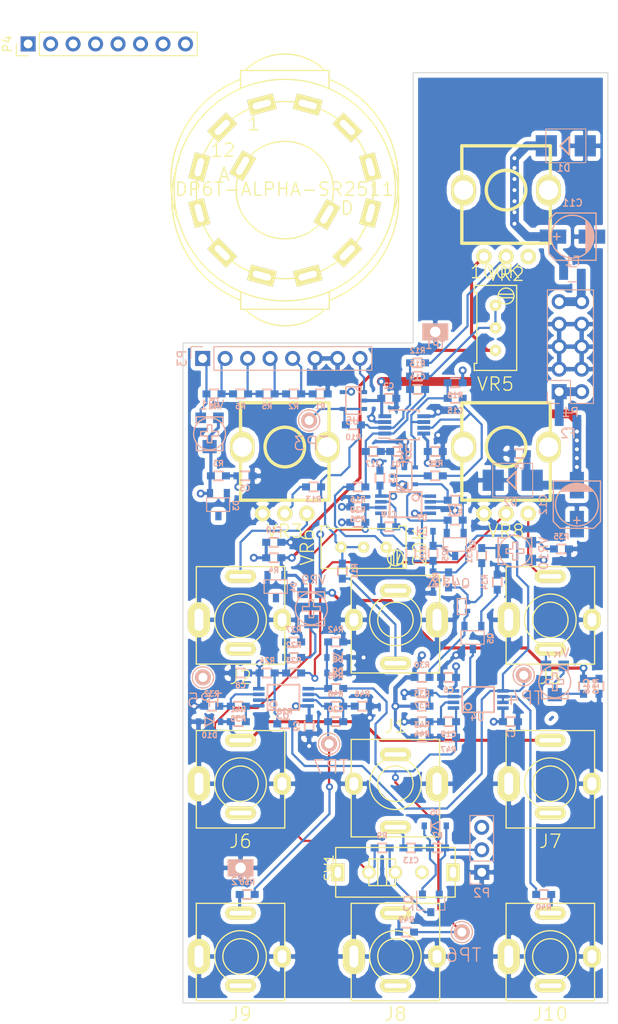
<source format=kicad_pcb>
(kicad_pcb (version 4) (host pcbnew 4.0.2-stable)
  (layers (0 F.Cu signal) (1 In1.Cu mixed) (2 In2.Cu power) (31 B.Cu signal) (34 B.Paste user) (35 F.Paste user) (36 B.SilkS user) (37 F.SilkS user) (38 B.Mask user) (39 F.Mask user) (44 Edge.Cuts user))
  (net 0 "")
  (net 1 +12V)
  (net 2 GND)
  (net 3 -12V)
  (net 4 "Net-(C13-Pad1)")
  (net 5 "Net-(C13-Pad2)")
  (net 6 "Net-(C14-Pad1)")
  (net 7 "Net-(C14-Pad2)")
  (net 8 "Net-(C15-Pad1)")
  (net 9 "Net-(C15-Pad2)")
  (net 10 +10V)
  (net 11 "Net-(C17-Pad1)")
  (net 12 "Net-(C17-Pad2)")
  (net 13 "Net-(C18-Pad1)")
  (net 14 "Net-(C18-Pad2)")
  (net 15 "Net-(C19-Pad1)")
  (net 16 "Net-(C19-Pad2)")
  (net 17 "Net-(C20-Pad1)")
  (net 18 "Net-(C20-Pad2)")
  (net 19 "Net-(D3-Pad3)")
  (net 20 "Net-(D4-Pad3)")
  (net 21 -10V)
  (net 22 "Net-(D5-Pad2)")
  (net 23 "Net-(D7-Pad2)")
  (net 24 "Net-(D8-Pad1)")
  (net 25 /PULSE)
  (net 26 "Net-(F1-Pad1)")
  (net 27 "Net-(F2-Pad1)")
  (net 28 "Net-(J1-Pad2)")
  (net 29 "Net-(J2-Pad3)")
  (net 30 "Net-(J2-Pad2)")
  (net 31 "Net-(J4-Pad3)")
  (net 32 "Net-(J4-Pad2)")
  (net 33 "Net-(J5-Pad3)")
  (net 34 "Net-(J5-Pad2)")
  (net 35 "Net-(J6-Pad2)")
  (net 36 "Net-(J7-Pad2)")
  (net 37 /TRI)
  (net 38 "Net-(J8-Pad2)")
  (net 39 /SINE)
  (net 40 "Net-(J9-Pad2)")
  (net 41 /SAW)
  (net 42 "Net-(J10-Pad2)")
  (net 43 "Net-(P3-Pad1)")
  (net 44 "Net-(P3-Pad2)")
  (net 45 "Net-(P3-Pad3)")
  (net 46 "Net-(P3-Pad4)")
  (net 47 "Net-(P3-Pad5)")
  (net 48 "Net-(P3-Pad8)")
  (net 49 "Net-(P4-Pad1)")
  (net 50 "Net-(P4-Pad2)")
  (net 51 "Net-(P4-Pad3)")
  (net 52 "Net-(P4-Pad4)")
  (net 53 "Net-(P4-Pad5)")
  (net 54 "Net-(P4-Pad6)")
  (net 55 "Net-(P4-Pad8)")
  (net 56 "Net-(Q1-Pad2)")
  (net 57 "Net-(Q2-Pad3)")
  (net 58 "Net-(Q4-Pad1)")
  (net 59 "Net-(Q4-Pad2)")
  (net 60 "Net-(Q5-Pad3)")
  (net 61 "Net-(Q5-Pad2)")
  (net 62 SYNC)
  (net 63 "Net-(R10-Pad1)")
  (net 64 "Net-(R12-Pad1)")
  (net 65 "Net-(R13-Pad1)")
  (net 66 "Net-(R15-Pad1)")
  (net 67 "Net-(R16-Pad1)")
  (net 68 "Net-(R20-Pad1)")
  (net 69 "Net-(R22-Pad1)")
  (net 70 "Net-(R22-Pad2)")
  (net 71 "Net-(R23-Pad1)")
  (net 72 "Net-(R31-Pad1)")
  (net 73 "Net-(R32-Pad1)")
  (net 74 "Net-(R35-Pad2)")
  (net 75 "Net-(R38-Pad2)")
  (net 76 "Net-(R40-Pad1)")
  (net 77 "Net-(SW1-Pad3)")
  (net 78 "Net-(Q1-Pad3)")
  (net 79 "Net-(Q1-Pad5)")
  (module Pin_Headers:Pin_Header_Straight_1x08_Pitch2.54mm (layer B.Cu) (at 103.11 70.25 270)
    (fp_text reference P3 (at 0 11.22 270) (layer B.SilkS) (effects (justify mirror)))
    (fp_text value CONN_01X08)
    (pad 1 thru_hole rect (at 0 8.89 270) (size 1.7 1.7) (drill 1) (layers *.Cu *.Mask) (net 43 "Net-(P3-Pad1)"))
    (pad 2 thru_hole oval (at 0 6.35 270) (size 1.7 1.7) (drill 1) (layers *.Cu *.Mask) (net 44 "Net-(P3-Pad2)"))
    (pad 3 thru_hole oval (at 0 3.81 270) (size 1.7 1.7) (drill 1) (layers *.Cu *.Mask) (net 45 "Net-(P3-Pad3)"))
    (pad 4 thru_hole oval (at 0 1.27 270) (size 1.7 1.7) (drill 1) (layers *.Cu *.Mask) (net 46 "Net-(P3-Pad4)"))
    (pad 5 thru_hole oval (at 0 -1.27 270) (size 1.7 1.7) (drill 1) (layers *.Cu *.Mask) (net 47 "Net-(P3-Pad5)"))
    (pad 6 thru_hole oval (at 0 -3.81 270) (size 1.7 1.7) (drill 1) (layers *.Cu *.Mask) (net 2 GND))
    (pad 7 thru_hole oval (at 0 -6.35 270) (size 1.7 1.7) (drill 1) (layers *.Cu *.Mask) (net 2 GND))
    (pad 8 thru_hole oval (at 0 -8.89 270) (size 1.7 1.7) (drill 1) (layers *.Cu *.Mask) (net 48 "Net-(P3-Pad8)"))
  )
  (module MyModules:jrl_c_elec_5x5.3 (layer B.Cu) (at 136 56.5 180)
    (fp_text reference C11 (at 0 3.81 180) (layer B.SilkS) (effects (font (size 0.8 0.8)) (justify mirror)))
    (fp_text value 47μF)
    (pad 1 smd rect (at 2.19964 0 180) (size 2.99974 1.6002) (layers B.Cu B.Paste B.Mask) (net 1 +12V))
    (pad 2 smd rect (at -2.19964 0 180) (size 2.99974 1.6002) (layers B.Cu B.Paste B.Mask) (net 2 GND))
  )
  (module MyModules:jrl_c_elec_5x5.3 (layer B.Cu) (at 136.5 86.75 270)
    (fp_text reference C12 (at 0 3.81 270) (layer B.SilkS) (effects (font (size 0.8 0.8)) (justify mirror)))
    (fp_text value 47μF)
    (pad 1 smd rect (at 2.19964 0 270) (size 2.99974 1.6002) (layers B.Cu B.Paste B.Mask) (net 2 GND))
    (pad 2 smd rect (at -2.19964 0 270) (size 2.99974 1.6002) (layers B.Cu B.Paste B.Mask) (net 3 -12V))
  )
  (module MyModules:SMB-1C2A (layer B.Cu) (at 135.25 46.25)
    (fp_text reference D1 (at -0.25 2.5) (layer B.SilkS) (effects (font (size 0.8 0.8)) (justify mirror)))
    (fp_text value S1BB hide)
    (pad 2 smd rect (at 2.19964 0) (size 2.39776 2.39776) (layers B.Cu B.Paste B.Mask) (net 2 GND))
    (pad 1 smd rect (at -2.19964 0) (size 2.39776 2.39776) (layers B.Cu B.Paste B.Mask) (net 1 +12V))
  )
  (module MyModules:SMB-1C2A (layer B.Cu) (at 129.25 84)
    (fp_text reference D2 (at -0.25 2.5) (layer B.SilkS) (effects (font (size 0.8 0.8)) (justify mirror)))
    (fp_text value S1BB hide)
    (pad 2 smd rect (at 2.19964 0) (size 2.39776 2.39776) (layers B.Cu B.Paste B.Mask) (net 3 -12V))
    (pad 1 smd rect (at -2.19964 0) (size 2.39776 2.39776) (layers B.Cu B.Paste B.Mask) (net 2 GND))
  )
  (module MyModules:SOT23-132-JRL (layer B.Cu) (at 96 86.75)
    (fp_text reference D3 (at 1.99898 0.09906 270) (layer B.SilkS) (effects (font (size 0.6096 0.6096) (thickness 0.1524)) (justify mirror)))
    (fp_text value LM4040-10.0 hide)
    (pad 3 smd rect (at 0 1.27) (size 0.70104 1.00076) (layers B.Cu B.Paste B.Mask) (net 19 "Net-(D3-Pad3)"))
    (pad 2 smd rect (at 0.9525 -1.27) (size 0.70104 1.00076) (layers B.Cu B.Paste B.Mask) (net 2 GND))
    (pad 1 smd rect (at -0.9525 -1.27) (size 0.70104 1.00076) (layers B.Cu B.Paste B.Mask) (net 10 +10V))
  )
  (module MyModules:SOT23-132-JRL (layer B.Cu) (at 102.5 96)
    (fp_text reference D4 (at 1.99898 0.09906 270) (layer B.SilkS) (effects (font (size 0.6096 0.6096) (thickness 0.1524)) (justify mirror)))
    (fp_text value LM4040-10.0 hide)
    (pad 3 smd rect (at 0 1.27) (size 0.70104 1.00076) (layers B.Cu B.Paste B.Mask) (net 20 "Net-(D4-Pad3)"))
    (pad 2 smd rect (at 0.9525 -1.27) (size 0.70104 1.00076) (layers B.Cu B.Paste B.Mask) (net 21 -10V))
    (pad 1 smd rect (at -0.9525 -1.27) (size 0.70104 1.00076) (layers B.Cu B.Paste B.Mask) (net 2 GND))
  )
  (module MyModules:SOD323-C1A2 (layer B.Cu) (at 120.5 123 180)
    (fp_text reference D5 (at 0 1.524 180) (layer B.SilkS) (effects (font (size 0.6096 0.6096) (thickness 0.1524)) (justify mirror)))
    (fp_text value 1N4148 hide)
    (pad 2 smd rect (at -1.2446 0 180) (size 0.6096 0.762) (layers B.Cu B.Paste B.Mask) (net 22 "Net-(D5-Pad2)"))
    (pad 1 smd rect (at 1.2446 0 180) (size 0.6096 0.762) (layers B.Cu B.Paste B.Mask) (net 5 "Net-(C13-Pad2)"))
  )
  (module MyModules:SOD323-C1A2 (layer B.Cu) (at 120.25 95.5 90)
    (fp_text reference D6 (at 0 1.524 90) (layer B.SilkS) (effects (font (size 0.6096 0.6096) (thickness 0.1524)) (justify mirror)))
    (fp_text value 1N4148 hide)
    (pad 2 smd rect (at -1.2446 0 90) (size 0.6096 0.762) (layers B.Cu B.Paste B.Mask) (net 2 GND))
    (pad 1 smd rect (at 1.2446 0 90) (size 0.6096 0.762) (layers B.Cu B.Paste B.Mask) (net 12 "Net-(C17-Pad2)"))
  )
  (module MyModules:SOD323-C1A2 (layer B.Cu) (at 119 89.75 180)
    (fp_text reference D7 (at 0 1.524 180) (layer B.SilkS) (effects (font (size 0.6096 0.6096) (thickness 0.1524)) (justify mirror)))
    (fp_text value 1N4148 hide)
    (pad 2 smd rect (at -1.2446 0 180) (size 0.6096 0.762) (layers B.Cu B.Paste B.Mask) (net 23 "Net-(D7-Pad2)"))
    (pad 1 smd rect (at 1.2446 0 180) (size 0.6096 0.762) (layers B.Cu B.Paste B.Mask) (net 13 "Net-(C18-Pad1)"))
  )
  (module MyModules:SOD323-C1A2 (layer B.Cu) (at 109.5 105.75 180)
    (fp_text reference D8 (at 0 1.524 180) (layer B.SilkS) (effects (font (size 0.6096 0.6096) (thickness 0.1524)) (justify mirror)))
    (fp_text value 1N4148 hide)
    (pad 2 smd rect (at -1.2446 0 180) (size 0.6096 0.762) (layers B.Cu B.Paste B.Mask) (net 2 GND))
    (pad 1 smd rect (at 1.2446 0 180) (size 0.6096 0.762) (layers B.Cu B.Paste B.Mask) (net 24 "Net-(D8-Pad1)"))
  )
  (module MyModules:SOD323-C1A2 (layer B.Cu) (at 109.5 104)
    (fp_text reference D9 (at 0 1.524) (layer B.SilkS) (effects (font (size 0.6096 0.6096) (thickness 0.1524)) (justify mirror)))
    (fp_text value 1N4148 hide)
    (pad 2 smd rect (at -1.2446 0) (size 0.6096 0.762) (layers B.Cu B.Paste B.Mask) (net 24 "Net-(D8-Pad1)"))
    (pad 1 smd rect (at 1.2446 0) (size 0.6096 0.762) (layers B.Cu B.Paste B.Mask) (net 2 GND))
  )
  (module MyModules:SOD323-C1A2 (layer B.Cu) (at 95 111.25)
    (fp_text reference D10 (at 0 1.524) (layer B.SilkS) (effects (font (size 0.6096 0.6096) (thickness 0.1524)) (justify mirror)))
    (fp_text value 1N4148 hide)
    (pad 2 smd rect (at -1.2446 0) (size 0.6096 0.762) (layers B.Cu B.Paste B.Mask) (net 2 GND))
    (pad 1 smd rect (at 1.2446 0) (size 0.6096 0.762) (layers B.Cu B.Paste B.Mask) (net 25 /PULSE))
  )
  (module Capacitors_SMD:C_0805 (layer B.Cu) (at 136 60.75 180)
    (fp_text reference F1 (at 0 1.5 180) (layer B.SilkS) (effects (justify mirror)))
    (fp_text value "PTC 0.1A" hide)
    (pad 1 smd rect (at -1 0 180) (size 1 1.25) (layers B.Cu B.Paste B.Mask) (net 26 "Net-(F1-Pad1)"))
    (pad 2 smd rect (at 1 0 180) (size 1 1.25) (layers B.Cu B.Paste B.Mask) (net 1 +12V))
  )
  (module Capacitors_SMD:C_0805 (layer B.Cu) (at 135.5 77.25)
    (fp_text reference F2 (at 0 1.5) (layer B.SilkS) (effects (justify mirror)))
    (fp_text value "PTC 0.1A" hide)
    (pad 1 smd rect (at -1 0) (size 1 1.25) (layers B.Cu B.Paste B.Mask) (net 27 "Net-(F2-Pad1)"))
    (pad 2 smd rect (at 1 0) (size 1 1.25) (layers B.Cu B.Paste B.Mask) (net 3 -12V))
  )
  (module MyModules:PJ-301B-JACK-SLOTS (layer F.Cu) (at 116 118.25 180)
    (fp_text reference J1 (at 0 6.5 180) (layer F.SilkS) (effects (font (size 1.5 1.5))))
    (fp_text value PJ301BM hide)
    (pad 1 thru_hole oval (at -4.7 0 180) (size 2.5 4) (drill oval 1 2.5) (layers *.Cu *.Mask F.SilkS) (net 2 GND))
    (pad 1 thru_hole oval (at 4.7 0 180) (size 2 2.5) (drill oval 1 1.5) (layers *.Cu *.Mask F.SilkS) (net 2 GND))
    (pad 3 thru_hole oval (at 0 -4.9 180) (size 3.5 1.5) (drill oval 2.5 0.5) (layers *.Cu *.Mask F.SilkS) (net 4 "Net-(C13-Pad1)"))
    (pad 2 thru_hole oval (at 0 3.3 180) (size 3.5 1.5) (drill oval 2.5 0.5) (layers *.Cu *.Mask F.SilkS) (net 28 "Net-(J1-Pad2)"))
  )
  (module MyModules:PJ-301B-JACK-SLOTS (layer F.Cu) (at 98.5 99.75)
    (fp_text reference J2 (at 0 6.5) (layer F.SilkS) (effects (font (size 1.5 1.5))))
    (fp_text value PJ301BM hide)
    (pad 1 thru_hole oval (at -4.7 0) (size 2.5 4) (drill oval 1 2.5) (layers *.Cu *.Mask F.SilkS) (net 2 GND))
    (pad 1 thru_hole oval (at 4.7 0) (size 2 2.5) (drill oval 1 1.5) (layers *.Cu *.Mask F.SilkS) (net 2 GND))
    (pad 3 thru_hole oval (at 0 -4.9) (size 3.5 1.5) (drill oval 2.5 0.5) (layers *.Cu *.Mask F.SilkS) (net 29 "Net-(J2-Pad3)"))
    (pad 2 thru_hole oval (at 0 3.3) (size 3.5 1.5) (drill oval 2.5 0.5) (layers *.Cu *.Mask F.SilkS) (net 30 "Net-(J2-Pad2)"))
  )
  (module MyModules:PJ-301B-JACK-SLOTS (layer F.Cu) (at 116 99.75 180)
    (fp_text reference J4 (at 0 6.5 180) (layer F.SilkS) (effects (font (size 1.5 1.5))))
    (fp_text value PJ301BM hide)
    (pad 1 thru_hole oval (at -4.7 0 180) (size 2.5 4) (drill oval 1 2.5) (layers *.Cu *.Mask F.SilkS) (net 2 GND))
    (pad 1 thru_hole oval (at 4.7 0 180) (size 2 2.5) (drill oval 1 1.5) (layers *.Cu *.Mask F.SilkS) (net 2 GND))
    (pad 3 thru_hole oval (at 0 -4.9 180) (size 3.5 1.5) (drill oval 2.5 0.5) (layers *.Cu *.Mask F.SilkS) (net 31 "Net-(J4-Pad3)"))
    (pad 2 thru_hole oval (at 0 3.3 180) (size 3.5 1.5) (drill oval 2.5 0.5) (layers *.Cu *.Mask F.SilkS) (net 32 "Net-(J4-Pad2)"))
  )
  (module MyModules:PJ-301B-JACK-SLOTS (layer F.Cu) (at 133.5 99.75)
    (fp_text reference J5 (at 0 6.5) (layer F.SilkS) (effects (font (size 1.5 1.5))))
    (fp_text value PJ301BM hide)
    (pad 1 thru_hole oval (at -4.7 0) (size 2.5 4) (drill oval 1 2.5) (layers *.Cu *.Mask F.SilkS) (net 2 GND))
    (pad 1 thru_hole oval (at 4.7 0) (size 2 2.5) (drill oval 1 1.5) (layers *.Cu *.Mask F.SilkS) (net 2 GND))
    (pad 3 thru_hole oval (at 0 -4.9) (size 3.5 1.5) (drill oval 2.5 0.5) (layers *.Cu *.Mask F.SilkS) (net 33 "Net-(J5-Pad3)"))
    (pad 2 thru_hole oval (at 0 3.3) (size 3.5 1.5) (drill oval 2.5 0.5) (layers *.Cu *.Mask F.SilkS) (net 34 "Net-(J5-Pad2)"))
  )
  (module MyModules:PJ-301B-JACK-SLOTS (layer F.Cu) (at 98.5 118.25)
    (fp_text reference J6 (at 0 6.5) (layer F.SilkS) (effects (font (size 1.5 1.5))))
    (fp_text value PJ301BM hide)
    (pad 1 thru_hole oval (at -4.7 0) (size 2.5 4) (drill oval 1 2.5) (layers *.Cu *.Mask F.SilkS) (net 2 GND))
    (pad 1 thru_hole oval (at 4.7 0) (size 2 2.5) (drill oval 1 1.5) (layers *.Cu *.Mask F.SilkS) (net 2 GND))
    (pad 3 thru_hole oval (at 0 -4.9) (size 3.5 1.5) (drill oval 2.5 0.5) (layers *.Cu *.Mask F.SilkS) (net 25 /PULSE))
    (pad 2 thru_hole oval (at 0 3.3) (size 3.5 1.5) (drill oval 2.5 0.5) (layers *.Cu *.Mask F.SilkS) (net 35 "Net-(J6-Pad2)"))
  )
  (module MyModules:PJ-301B-JACK-SLOTS (layer F.Cu) (at 133.5 118.25)
    (fp_text reference J7 (at 0 6.5) (layer F.SilkS) (effects (font (size 1.5 1.5))))
    (fp_text value PJ301BM hide)
    (pad 1 thru_hole oval (at -4.7 0) (size 2.5 4) (drill oval 1 2.5) (layers *.Cu *.Mask F.SilkS) (net 2 GND))
    (pad 1 thru_hole oval (at 4.7 0) (size 2 2.5) (drill oval 1 1.5) (layers *.Cu *.Mask F.SilkS) (net 2 GND))
    (pad 3 thru_hole oval (at 0 -4.9) (size 3.5 1.5) (drill oval 2.5 0.5) (layers *.Cu *.Mask F.SilkS) (net 25 /PULSE))
    (pad 2 thru_hole oval (at 0 3.3) (size 3.5 1.5) (drill oval 2.5 0.5) (layers *.Cu *.Mask F.SilkS) (net 36 "Net-(J7-Pad2)"))
  )
  (module MyModules:PJ-301B-JACK-SLOTS (layer F.Cu) (at 116 137.75)
    (fp_text reference J8 (at 0 6.5) (layer F.SilkS) (effects (font (size 1.5 1.5))))
    (fp_text value PJ301BM hide)
    (pad 1 thru_hole oval (at -4.7 0) (size 2.5 4) (drill oval 1 2.5) (layers *.Cu *.Mask F.SilkS) (net 2 GND))
    (pad 1 thru_hole oval (at 4.7 0) (size 2 2.5) (drill oval 1 1.5) (layers *.Cu *.Mask F.SilkS) (net 2 GND))
    (pad 3 thru_hole oval (at 0 -4.9) (size 3.5 1.5) (drill oval 2.5 0.5) (layers *.Cu *.Mask F.SilkS) (net 37 /TRI))
    (pad 2 thru_hole oval (at 0 3.3) (size 3.5 1.5) (drill oval 2.5 0.5) (layers *.Cu *.Mask F.SilkS) (net 38 "Net-(J8-Pad2)"))
  )
  (module MyModules:PJ-301B-JACK-SLOTS (layer F.Cu) (at 98.5 137.75)
    (fp_text reference J9 (at 0 6.5) (layer F.SilkS) (effects (font (size 1.5 1.5))))
    (fp_text value PJ301BM hide)
    (pad 1 thru_hole oval (at -4.7 0) (size 2.5 4) (drill oval 1 2.5) (layers *.Cu *.Mask F.SilkS) (net 2 GND))
    (pad 1 thru_hole oval (at 4.7 0) (size 2 2.5) (drill oval 1 1.5) (layers *.Cu *.Mask F.SilkS) (net 2 GND))
    (pad 3 thru_hole oval (at 0 -4.9) (size 3.5 1.5) (drill oval 2.5 0.5) (layers *.Cu *.Mask F.SilkS) (net 39 /SINE))
    (pad 2 thru_hole oval (at 0 3.3) (size 3.5 1.5) (drill oval 2.5 0.5) (layers *.Cu *.Mask F.SilkS) (net 40 "Net-(J9-Pad2)"))
  )
  (module MyModules:PJ-301B-JACK-SLOTS (layer F.Cu) (at 133.5 137.75)
    (fp_text reference J10 (at 0 6.5) (layer F.SilkS) (effects (font (size 1.5 1.5))))
    (fp_text value PJ301BM hide)
    (pad 1 thru_hole oval (at -4.7 0) (size 2.5 4) (drill oval 1 2.5) (layers *.Cu *.Mask F.SilkS) (net 2 GND))
    (pad 1 thru_hole oval (at 4.7 0) (size 2 2.5) (drill oval 1 1.5) (layers *.Cu *.Mask F.SilkS) (net 2 GND))
    (pad 3 thru_hole oval (at 0 -4.9) (size 3.5 1.5) (drill oval 2.5 0.5) (layers *.Cu *.Mask F.SilkS) (net 41 /SAW))
    (pad 2 thru_hole oval (at 0 3.3) (size 3.5 1.5) (drill oval 2.5 0.5) (layers *.Cu *.Mask F.SilkS) (net 42 "Net-(J10-Pad2)"))
  )
  (module Pin_Headers:Pin_Header_Straight_2x05_Pitch2.54mm (layer B.Cu) (at 134.5 74)
    (fp_text reference P1 (at 1.27 2.33) (layer B.SilkS) (effects (justify mirror)))
    (fp_text value CONN_02X05 hide)
    (pad 1 thru_hole rect (at 0 0) (size 1.7 1.7) (drill 1) (layers *.Cu *.Mask) (net 27 "Net-(F2-Pad1)"))
    (pad 2 thru_hole oval (at 2.54 0) (size 1.7 1.7) (drill 1) (layers *.Cu *.Mask) (net 27 "Net-(F2-Pad1)"))
    (pad 3 thru_hole oval (at 0 -2.54) (size 1.7 1.7) (drill 1) (layers *.Cu *.Mask) (net 2 GND))
    (pad 4 thru_hole oval (at 2.54 -2.54) (size 1.7 1.7) (drill 1) (layers *.Cu *.Mask) (net 2 GND))
    (pad 5 thru_hole oval (at 0 -5.08) (size 1.7 1.7) (drill 1) (layers *.Cu *.Mask) (net 2 GND))
    (pad 6 thru_hole oval (at 2.54 -5.08) (size 1.7 1.7) (drill 1) (layers *.Cu *.Mask) (net 2 GND))
    (pad 7 thru_hole oval (at 0 -7.62) (size 1.7 1.7) (drill 1) (layers *.Cu *.Mask) (net 2 GND))
    (pad 8 thru_hole oval (at 2.54 -7.62) (size 1.7 1.7) (drill 1) (layers *.Cu *.Mask) (net 2 GND))
    (pad 9 thru_hole oval (at 0 -10.16) (size 1.7 1.7) (drill 1) (layers *.Cu *.Mask) (net 26 "Net-(F1-Pad1)"))
    (pad 10 thru_hole oval (at 2.54 -10.16) (size 1.7 1.7) (drill 1) (layers *.Cu *.Mask) (net 26 "Net-(F1-Pad1)"))
  )
  (module Pin_Headers:Pin_Header_Straight_1x03_Pitch2.54mm (layer B.Cu) (at 125.75 128.25)
    (fp_text reference P2 (at 0 2.33) (layer B.SilkS) (effects (justify mirror)))
    (fp_text value CONN_01X03)
    (pad 1 thru_hole rect (at 0 0) (size 1.7 1.7) (drill 1) (layers *.Cu *.Mask) (net 2 GND))
    (pad 2 thru_hole oval (at 0 -2.54) (size 1.7 1.7) (drill 1) (layers *.Cu *.Mask) (net 22 "Net-(D5-Pad2)"))
    (pad 3 thru_hole oval (at 0 -5.08) (size 1.7 1.7) (drill 1) (layers *.Cu *.Mask) (net 3 -12V))
  )
  (module Pin_Headers:Pin_Header_Straight_1x08_Pitch2.54mm (layer F.Cu) (at 74.5 34.75 90)
    (fp_text reference P4 (at 0 -2.33 90) (layer F.SilkS))
    (fp_text value CONN_01X08)
    (pad 1 thru_hole rect (at 0 0 90) (size 1.7 1.7) (drill 1) (layers *.Cu *.Mask) (net 49 "Net-(P4-Pad1)"))
    (pad 2 thru_hole oval (at 0 2.54 90) (size 1.7 1.7) (drill 1) (layers *.Cu *.Mask) (net 50 "Net-(P4-Pad2)"))
    (pad 3 thru_hole oval (at 0 5.08 90) (size 1.7 1.7) (drill 1) (layers *.Cu *.Mask) (net 51 "Net-(P4-Pad3)"))
    (pad 4 thru_hole oval (at 0 7.62 90) (size 1.7 1.7) (drill 1) (layers *.Cu *.Mask) (net 52 "Net-(P4-Pad4)"))
    (pad 5 thru_hole oval (at 0 10.16 90) (size 1.7 1.7) (drill 1) (layers *.Cu *.Mask) (net 53 "Net-(P4-Pad5)"))
    (pad 6 thru_hole oval (at 0 12.7 90) (size 1.7 1.7) (drill 1) (layers *.Cu *.Mask) (net 54 "Net-(P4-Pad6)"))
    (pad 7 thru_hole oval (at 0 15.24 90) (size 1.7 1.7) (drill 1) (layers *.Cu *.Mask) (net 54 "Net-(P4-Pad6)"))
    (pad 8 thru_hole oval (at 0 17.78 90) (size 1.7 1.7) (drill 1) (layers *.Cu *.Mask) (net 55 "Net-(P4-Pad8)"))
  )
  (module MyModules:SOT753_TSOP5_SC-74A (layer B.Cu) (at 117 83.5)
    (fp_text reference Q1 (at 0.1 -2.3) (layer B.SilkS) (effects (font (size 0.8 0.8)) (justify mirror)))
    (fp_text value 2SC4207)
    (pad 2 smd rect (at -1.2 0) (size 0.7 0.45) (layers B.Cu B.Paste B.Mask) (net 56 "Net-(Q1-Pad2)"))
    (pad 1 smd rect (at -1.2 0.95) (size 0.7 0.45) (layers B.Cu B.Paste B.Mask) (net 2 GND))
    (pad 3 smd rect (at -1.2 -0.95) (size 0.7 0.45) (layers B.Cu B.Paste B.Mask) (net 78 "Net-(Q1-Pad3)"))
    (pad 5 smd rect (at 1.2 0.95) (size 0.7 0.45) (layers B.Cu B.Paste B.Mask) (net 79 "Net-(Q1-Pad5)"))
    (pad 4 smd rect (at 1.2 -0.95) (size 0.7 0.45) (layers B.Cu B.Paste B.Mask) (net 8 "Net-(C15-Pad1)"))
  )
  (module TO_SOT_Packages_SMD:SOT-23 (layer B.Cu) (at 120 131.75 270)
    (fp_text reference Q2 (at 0 2.5 270) (layer B.SilkS) (effects (justify mirror)))
    (fp_text value PMBT2369)
    (pad 1 smd rect (at -1 0.95 270) (size 0.9 0.8) (layers B.Cu B.Paste B.Mask) (net 5 "Net-(C13-Pad2)"))
    (pad 2 smd rect (at -1 -0.95 270) (size 0.9 0.8) (layers B.Cu B.Paste B.Mask) (net 22 "Net-(D5-Pad2)"))
    (pad 3 smd rect (at 1 0 270) (size 0.9 0.8) (layers B.Cu B.Paste B.Mask) (net 57 "Net-(Q2-Pad3)"))
  )
  (module MyModules:SOT23-132-JRL (layer B.Cu) (at 122.75 91.25)
    (fp_text reference Q3 (at 1.99898 0.09906 270) (layer B.SilkS) (effects (font (size 0.6096 0.6096) (thickness 0.1524)) (justify mirror)))
    (fp_text value MMBF4391LT1G hide)
    (pad 3 smd rect (at 0 1.27) (size 0.70104 1.00076) (layers B.Cu B.Paste B.Mask) (net 23 "Net-(D7-Pad2)"))
    (pad 2 smd rect (at 0.9525 -1.27) (size 0.70104 1.00076) (layers B.Cu B.Paste B.Mask) (net 11 "Net-(C17-Pad1)"))
    (pad 1 smd rect (at -0.9525 -1.27) (size 0.70104 1.00076) (layers B.Cu B.Paste B.Mask) (net 12 "Net-(C17-Pad2)"))
  )
  (module MyModules:SOT416-SC75 (layer B.Cu) (at 123.5 98.25)
    (fp_text reference Q4 (at -0.05 -2.6) (layer B.SilkS) (effects (justify mirror)))
    (fp_text value 2SA1832)
    (pad 3 smd rect (at -0.65 0) (size 0.6 0.5) (layers B.Cu B.Paste B.Mask) (net 2 GND))
    (pad 1 smd rect (at 0.65 -0.5) (size 0.6 0.5) (layers B.Cu B.Paste B.Mask) (net 58 "Net-(Q4-Pad1)"))
    (pad 2 smd rect (at 0.65 0.5) (size 0.6 0.5) (layers B.Cu B.Paste B.Mask) (net 59 "Net-(Q4-Pad2)"))
  )
  (module MyModules:SOT23-132-JRL (layer B.Cu) (at 124.75 101.75)
    (fp_text reference Q5 (at 1.99898 0.09906 270) (layer B.SilkS) (effects (font (size 0.6096 0.6096) (thickness 0.1524)) (justify mirror)))
    (fp_text value PMBT2369 hide)
    (pad 3 smd rect (at 0 1.27) (size 0.70104 1.00076) (layers B.Cu B.Paste B.Mask) (net 60 "Net-(Q5-Pad3)"))
    (pad 2 smd rect (at 0.9525 -1.27) (size 0.70104 1.00076) (layers B.Cu B.Paste B.Mask) (net 61 "Net-(Q5-Pad2)"))
    (pad 1 smd rect (at -0.9525 -1.27) (size 0.70104 1.00076) (layers B.Cu B.Paste B.Mask) (net 59 "Net-(Q4-Pad2)"))
  )
  (module MyModules:SS-12F108-1P2T-SLIDE (layer F.Cu) (at 116 128.25)
    (fp_text reference SW1 (at -7.5 -0.5 90) (layer F.SilkS))
    (fp_text value SPDT hide)
    (pad 1 thru_hole circle (at -3 0) (size 1.524 1.524) (drill 1) (layers *.Cu *.Mask F.SilkS) (net 62 SYNC))
    (pad 2 thru_hole circle (at 0 0) (size 1.524 1.524) (drill 1) (layers *.Cu *.Mask F.SilkS) (net 57 "Net-(Q2-Pad3)"))
    (pad 3 thru_hole circle (at 3 0) (size 1.524 1.524) (drill 1) (layers *.Cu *.Mask F.SilkS) (net 77 "Net-(SW1-Pad3)"))
    (pad "" thru_hole rect (at -6.5 0) (size 1.5 2) (drill oval 0.7 1.25) (layers *.Cu *.Mask F.SilkS))
    (pad "" thru_hole rect (at 6.5 0) (size 1.5 2) (drill oval 0.7 1.25) (layers *.Cu *.Mask F.SilkS))
  )
  (module MyModules:SR2511-ALPHA (layer F.Cu) (at 103.5 51.25)
    (fp_text reference SW2 hide)
    (fp_text value DP6T-ALPHA-SR2511 (at -0.05 -0.1) (layer F.SilkS) (effects (font (size 1.5 1.5))))
    (fp_text user 12 (at -7 -4.5) (layer F.SilkS) (effects (font (size 1.5 1.5))))
    (fp_text user 1 (at -3.5 -7.5) (layer F.SilkS) (effects (font (size 1.5 1.5))))
    (fp_text user D (at 7.04 2.03) (layer F.SilkS) (effects (font (size 1.5 1.5))))
    (fp_text user A (at -6.86 -1.77) (layer F.SilkS) (effects (font (size 1.5 1.5))))
    (pad 1 thru_hole rect (at -2.59 -9.66 15) (size 3 1.8) (drill oval 2.1 0.75) (layers *.Cu *.Mask F.SilkS) (net 50 "Net-(P4-Pad2)"))
    (pad 12 thru_hole rect (at -7.07 -7.07 45) (size 3 1.8) (drill oval 2.1 0.75) (layers *.Cu *.Mask F.SilkS) (net 51 "Net-(P4-Pad3)"))
    (pad 11 thru_hole rect (at -9.66 -2.59 75) (size 3 1.8) (drill oval 2.1 0.75) (layers *.Cu *.Mask F.SilkS) (net 52 "Net-(P4-Pad4)"))
    (pad 10 thru_hole rect (at -9.66 2.59 285) (size 3 1.8) (drill oval 2.1 0.75) (layers *.Cu *.Mask F.SilkS) (net 53 "Net-(P4-Pad5)"))
    (pad 9 thru_hole rect (at -7.07 7.07 315) (size 3 1.8) (drill oval 2.1 0.75) (layers *.Cu *.Mask F.SilkS) (net 54 "Net-(P4-Pad6)"))
    (pad 8 thru_hole rect (at -2.59 9.66 345) (size 3 1.8) (drill oval 2.1 0.75) (layers *.Cu *.Mask F.SilkS))
    (pad D thru_hole rect (at 4.76 2.75 60) (size 3 1.8) (drill oval 2.25 0.75) (layers *.Cu *.Mask F.SilkS))
    (pad A thru_hole rect (at -4.76 -2.75 60) (size 3 1.8) (drill oval 2.25 0.75) (layers *.Cu *.Mask F.SilkS) (net 55 "Net-(P4-Pad8)"))
    (pad 2 thru_hole rect (at 2.59 -9.66 345) (size 3 1.8) (drill oval 2.1 0.75) (layers *.Cu *.Mask F.SilkS) (net 49 "Net-(P4-Pad1)"))
    (pad 3 thru_hole rect (at 7.07 -7.07 315) (size 3 1.8) (drill oval 2.1 0.75) (layers *.Cu *.Mask F.SilkS))
    (pad 4 thru_hole rect (at 9.66 -2.59 285) (size 3 1.8) (drill oval 2.1 0.75) (layers *.Cu *.Mask F.SilkS))
    (pad 5 thru_hole rect (at 9.66 2.59 75) (size 3 1.8) (drill oval 2.1 0.75) (layers *.Cu *.Mask F.SilkS))
    (pad 6 thru_hole rect (at 7.07 7.07 45) (size 3 1.8) (drill oval 2.1 0.75) (layers *.Cu *.Mask F.SilkS))
    (pad 7 thru_hole rect (at 2.59 9.66 15) (size 3 1.8) (drill oval 2.1 0.75) (layers *.Cu *.Mask F.SilkS))
  )
  (module MyModules:TEST_POINT_LOOP_4592 (layer B.Cu) (at 120.5 67.25)
    (fp_text reference TP1 (at 0 1.5) (layer B.SilkS) (effects (font (size 0.8128 0.8128) (thickness 0.1524)) (justify mirror)))
    (fp_text value CONN_1 hide)
    (pad 1 thru_hole rect (at 0 0) (size 2.8 1.6) (drill 1.19) (layers *.Cu *.Mask B.SilkS) (net 2 GND))
  )
  (module MyModules:TEST_POINT_LOOP_4592 (layer B.Cu) (at 98.5 127.75)
    (fp_text reference TP2 (at 0 1.5) (layer B.SilkS) (effects (font (size 0.8128 0.8128) (thickness 0.1524)) (justify mirror)))
    (fp_text value CONN_1 hide)
    (pad 1 thru_hole rect (at 0 0) (size 2.8 1.6) (drill 1.19) (layers *.Cu *.Mask B.SilkS) (net 2 GND))
  )
  (module MyModules:TEST_POINT_5000_SERIES (layer B.Cu) (at 106.25 77.25)
    (fp_text reference TP3 (at 0.2 2.6) (layer B.SilkS) (effects (font (size 1.5 1.5)) (justify mirror)))
    (fp_text value TEST_POINT hide)
    (pad 1 thru_hole circle (at 0 0) (size 1.8 1.8) (drill 1.02) (layers *.Cu *.Mask B.SilkS) (net 63 "Net-(R10-Pad1)"))
  )
  (module MyModules:TEST_POINT_5000_SERIES (layer B.Cu) (at 130.5 106)
    (fp_text reference TP4 (at 0.2 2.6) (layer B.SilkS) (effects (font (size 1.5 1.5)) (justify mirror)))
    (fp_text value TEST_POINT hide)
    (pad 1 thru_hole circle (at 0 0) (size 1.8 1.8) (drill 1.02) (layers *.Cu *.Mask B.SilkS) (net 12 "Net-(C17-Pad2)"))
  )
  (module MyModules:TEST_POINT_5000_SERIES (layer B.Cu) (at 94.25 106.25)
    (fp_text reference TP5 (at 0.2 2.6) (layer B.SilkS) (effects (font (size 1.5 1.5)) (justify mirror)))
    (fp_text value TEST_POINT hide)
    (pad 1 thru_hole circle (at 0 0) (size 1.8 1.8) (drill 1.02) (layers *.Cu *.Mask B.SilkS) (net 25 /PULSE))
  )
  (module MyModules:TEST_POINT_5000_SERIES (layer B.Cu) (at 123.5 135)
    (fp_text reference TP6 (at 0.2 2.6) (layer B.SilkS) (effects (font (size 1.5 1.5)) (justify mirror)))
    (fp_text value TEST_POINT hide)
    (pad 1 thru_hole circle (at 0 0) (size 1.8 1.8) (drill 1.02) (layers *.Cu *.Mask B.SilkS) (net 16 "Net-(C19-Pad2)"))
  )
  (module MyModules:TEST_POINT_5000_SERIES (layer B.Cu) (at 108.5 113.75)
    (fp_text reference TP7 (at 0.2 2.6) (layer B.SilkS) (effects (font (size 1.5 1.5)) (justify mirror)))
    (fp_text value TEST_POINT hide)
    (pad 1 thru_hole circle (at 0 0) (size 1.8 1.8) (drill 1.02) (layers *.Cu *.Mask B.SilkS) (net 18 "Net-(C20-Pad2)"))
  )
  (module Housings_SSOP:MSOP-8_3x3mm_Pitch0.65mm (layer B.Cu) (at 117 77.75)
    (fp_text reference U1 (at 0 2.6) (layer B.SilkS) (effects (justify mirror)))
    (fp_text value OPA2180)
    (pad 1 smd rect (at -2.2 0.975) (size 1.45 0.45) (layers B.Cu B.Paste B.Mask) (net 6 "Net-(C14-Pad1)"))
    (pad 2 smd rect (at -2.2 0.325) (size 1.45 0.45) (layers B.Cu B.Paste B.Mask) (net 7 "Net-(C14-Pad2)"))
    (pad 3 smd rect (at -2.2 -0.325) (size 1.45 0.45) (layers B.Cu B.Paste B.Mask) (net 2 GND))
    (pad 4 smd rect (at -2.2 -0.975) (size 1.45 0.45) (layers B.Cu B.Paste B.Mask) (net 3 -12V))
    (pad 5 smd rect (at 2.2 -0.975) (size 1.45 0.45) (layers B.Cu B.Paste B.Mask) (net 2 GND))
    (pad 6 smd rect (at 2.2 -0.325) (size 1.45 0.45) (layers B.Cu B.Paste B.Mask) (net 8 "Net-(C15-Pad1)"))
    (pad 7 smd rect (at 2.2 0.325) (size 1.45 0.45) (layers B.Cu B.Paste B.Mask) (net 9 "Net-(C15-Pad2)"))
    (pad 8 smd rect (at 2.2 0.975) (size 1.45 0.45) (layers B.Cu B.Paste B.Mask) (net 1 +12V))
  )
  (module MyModules:TSSOP8-JRL (layer B.Cu) (at 117.25 86.75 270)
    (fp_text reference U2 (at -2 0 540) (layer B.SilkS) (effects (font (size 0.8 0.8)) (justify mirror)))
    (fp_text value TL072- hide)
    (pad 1 smd rect (at -0.9554 -2.694 270) (size 0.4 1.30048) (layers B.Cu B.Paste B.Mask) (net 12 "Net-(C17-Pad2)"))
    (pad 2 smd rect (at -0.3204 -2.694 270) (size 0.4 1.30048) (layers B.Cu B.Paste B.Mask) (net 79 "Net-(Q1-Pad5)"))
    (pad 3 smd rect (at 0.34 -2.694 270) (size 0.4 1.30048) (layers B.Cu B.Paste B.Mask) (net 2 GND))
    (pad 4 smd rect (at 0.975 -2.694 270) (size 0.4 1.30048) (layers B.Cu B.Paste B.Mask) (net 3 -12V))
    (pad 5 smd rect (at 0.975 2.894 270) (size 0.4 1.30048) (layers B.Cu B.Paste B.Mask) (net 14 "Net-(C18-Pad2)"))
    (pad 6 smd rect (at 0.3273 2.894 270) (size 0.4 1.30048) (layers B.Cu B.Paste B.Mask) (net 62 SYNC))
    (pad 7 smd rect (at -0.3204 2.894 270) (size 0.4 1.30048) (layers B.Cu B.Paste B.Mask) (net 13 "Net-(C18-Pad1)"))
    (pad 8 smd rect (at -0.9681 2.894 270) (size 0.4 1.30048) (layers B.Cu B.Paste B.Mask) (net 1 +12V))
  )
  (module MyModules:TSSOP8-JRL (layer B.Cu) (at 103.25 108.5 90)
    (fp_text reference U3 (at -2 0 360) (layer B.SilkS) (effects (font (size 0.8 0.8)) (justify mirror)))
    (fp_text value TL072- hide)
    (pad 1 smd rect (at -0.9554 -2.694 90) (size 0.4 1.30048) (layers B.Cu B.Paste B.Mask) (net 75 "Net-(R38-Pad2)"))
    (pad 2 smd rect (at -0.3204 -2.694 90) (size 0.4 1.30048) (layers B.Cu B.Paste B.Mask) (net 70 "Net-(R22-Pad2)"))
    (pad 3 smd rect (at 0.34 -2.694 90) (size 0.4 1.30048) (layers B.Cu B.Paste B.Mask) (net 73 "Net-(R32-Pad1)"))
    (pad 4 smd rect (at 0.975 -2.694 90) (size 0.4 1.30048) (layers B.Cu B.Paste B.Mask) (net 3 -12V))
    (pad 5 smd rect (at 0.975 2.894 90) (size 0.4 1.30048) (layers B.Cu B.Paste B.Mask) (net 24 "Net-(D8-Pad1)"))
    (pad 6 smd rect (at 0.3273 2.894 90) (size 0.4 1.30048) (layers B.Cu B.Paste B.Mask) (net 17 "Net-(C20-Pad1)"))
    (pad 7 smd rect (at -0.3204 2.894 90) (size 0.4 1.30048) (layers B.Cu B.Paste B.Mask) (net 18 "Net-(C20-Pad2)"))
    (pad 8 smd rect (at -0.9681 2.894 90) (size 0.4 1.30048) (layers B.Cu B.Paste B.Mask) (net 1 +12V))
  )
  (module MyModules:TSSOP8-JRL (layer B.Cu) (at 125.25 108.75 90)
    (fp_text reference U4 (at -2 0 360) (layer B.SilkS) (effects (font (size 0.8 0.8)) (justify mirror)))
    (fp_text value TL072- hide)
    (pad 1 smd rect (at -0.9554 -2.694 90) (size 0.4 1.30048) (layers B.Cu B.Paste B.Mask) (net 16 "Net-(C19-Pad2)"))
    (pad 2 smd rect (at -0.3204 -2.694 90) (size 0.4 1.30048) (layers B.Cu B.Paste B.Mask) (net 15 "Net-(C19-Pad1)"))
    (pad 3 smd rect (at 0.34 -2.694 90) (size 0.4 1.30048) (layers B.Cu B.Paste B.Mask) (net 60 "Net-(Q5-Pad3)"))
    (pad 4 smd rect (at 0.975 -2.694 90) (size 0.4 1.30048) (layers B.Cu B.Paste B.Mask) (net 3 -12V))
    (pad 5 smd rect (at 0.975 2.894 90) (size 0.4 1.30048) (layers B.Cu B.Paste B.Mask) (net 12 "Net-(C17-Pad2)"))
    (pad 6 smd rect (at 0.3273 2.894 90) (size 0.4 1.30048) (layers B.Cu B.Paste B.Mask) (net 76 "Net-(R40-Pad1)"))
    (pad 7 smd rect (at -0.3204 2.894 90) (size 0.4 1.30048) (layers B.Cu B.Paste B.Mask) (net 76 "Net-(R40-Pad1)"))
    (pad 8 smd rect (at -0.9681 2.894 90) (size 0.4 1.30048) (layers B.Cu B.Paste B.Mask) (net 1 +12V))
  )
  (module MyModules:SOT753_TSOP5_SC-74A (layer B.Cu) (at 111.25 75 180)
    (fp_text reference U5 (at 0.1 -2.3 180) (layer B.SilkS) (effects (font (size 0.8 0.8)) (justify mirror)))
    (fp_text value TA75S558F)
    (pad 2 smd rect (at -1.2 0 180) (size 0.7 0.45) (layers B.Cu B.Paste B.Mask) (net 3 -12V))
    (pad 1 smd rect (at -1.2 0.95 180) (size 0.7 0.45) (layers B.Cu B.Paste B.Mask) (net 48 "Net-(P3-Pad8)"))
    (pad 3 smd rect (at -1.2 -0.95 180) (size 0.7 0.45) (layers B.Cu B.Paste B.Mask) (net 63 "Net-(R10-Pad1)"))
    (pad 5 smd rect (at 1.2 0.95 180) (size 0.7 0.45) (layers B.Cu B.Paste B.Mask) (net 1 +12V))
    (pad 4 smd rect (at 1.2 -0.95 180) (size 0.7 0.45) (layers B.Cu B.Paste B.Mask) (net 63 "Net-(R10-Pad1)"))
  )
  (module MyModules:TC33X-2 (layer B.Cu) (at 95 78.75)
    (fp_text reference VR1 (at 0.25 -3.25) (layer B.SilkS) (effects (justify mirror)))
    (fp_text value 100 hide)
    (pad 2 smd rect (at 0 1.45) (size 1.6 1.5) (layers B.Cu B.Paste B.Mask) (net 10 +10V))
    (pad 1 smd rect (at -1 -1.8) (size 1.2 1.2) (layers B.Cu B.Paste B.Mask) (net 43 "Net-(P3-Pad1)"))
    (pad 3 smd rect (at 1 -1.8) (size 1.2 1.2) (layers B.Cu B.Paste B.Mask) (net 10 +10V))
  )
  (module MyModules:RD901F-ALPHA-POT-T18 (layer F.Cu) (at 128.5 51.25)
    (fp_text reference VR2 (at 0 9.5) (layer F.SilkS) (effects (font (size 1.5 1.5))))
    (fp_text value 100K hide)
    (pad "" thru_hole oval (at 4.8 0) (size 2.8 3.5) (drill 2.2) (layers *.Cu *.Mask F.SilkS))
    (pad "" thru_hole oval (at -4.8 0) (size 2.8 3.5) (drill 2.2) (layers *.Cu *.Mask F.SilkS))
    (pad 3 thru_hole circle (at 2.5 7.5) (size 1.75 1.75) (drill 1) (layers *.Cu *.Mask F.SilkS) (net 10 +10V))
    (pad 2 thru_hole circle (at 0 7.5) (size 1.75 1.75) (drill 1) (layers *.Cu *.Mask F.SilkS) (net 64 "Net-(R12-Pad1)"))
    (pad 1 thru_hole circle (at -2.5 7.5) (size 1.75 1.75) (drill 1) (layers *.Cu *.Mask F.SilkS) (net 21 -10V))
  )
  (module MyModules:RD901F-ALPHA-POT-T18 (layer F.Cu) (at 103.5 80.25)
    (fp_text reference VR3 (at 0 9.5) (layer F.SilkS) (effects (font (size 1.5 1.5))))
    (fp_text value "100K(B)" hide)
    (pad "" thru_hole oval (at 4.8 0) (size 2.8 3.5) (drill 2.2) (layers *.Cu *.Mask F.SilkS))
    (pad "" thru_hole oval (at -4.8 0) (size 2.8 3.5) (drill 2.2) (layers *.Cu *.Mask F.SilkS))
    (pad 3 thru_hole circle (at 2.5 7.5) (size 1.75 1.75) (drill 1) (layers *.Cu *.Mask F.SilkS) (net 29 "Net-(J2-Pad3)"))
    (pad 2 thru_hole circle (at 0 7.5) (size 1.75 1.75) (drill 1) (layers *.Cu *.Mask F.SilkS) (net 65 "Net-(R13-Pad1)"))
    (pad 1 thru_hole circle (at -2.5 7.5) (size 1.75 1.75) (drill 1) (layers *.Cu *.Mask F.SilkS) (net 2 GND))
  )
  (module MyModules:Bourns-3296W (layer F.Cu) (at 127.3 66.8 180)
    (fp_text reference VR5 (at 0 -6.35 180) (layer F.SilkS) (effects (font (size 1.5 1.5))))
    (fp_text value 100K (at 0 6.35 180) (layer F.SilkS) (effects (font (size 1.5 1.5))))
    (pad 2 thru_hole circle (at 0 0 180) (size 1.27 1.27) (drill 0.635) (layers *.Cu *.Mask F.SilkS) (net 66 "Net-(R15-Pad1)"))
    (pad 3 thru_hole circle (at 0 -2.54 180) (size 1.27 1.27) (drill 0.635) (layers *.Cu *.Mask F.SilkS) (net 21 -10V))
    (pad 1 thru_hole circle (at 0 2.54 180) (size 1.27 1.27) (drill 0.635) (layers *.Cu *.Mask F.SilkS) (net 66 "Net-(R15-Pad1)"))
  )
  (module MyModules:Bourns-3296W (layer F.Cu) (at 112.4 91.55 90)
    (fp_text reference VR6 (at 0 -6.35 90) (layer F.SilkS) (effects (font (size 1.5 1.5))))
    (fp_text value 20K (at 0 6.35 90) (layer F.SilkS) (effects (font (size 1.5 1.5))))
    (pad 2 thru_hole circle (at 0 0 90) (size 1.27 1.27) (drill 0.635) (layers *.Cu *.Mask F.SilkS) (net 7 "Net-(C14-Pad2)"))
    (pad 3 thru_hole circle (at 0 -2.54 90) (size 1.27 1.27) (drill 0.635) (layers *.Cu *.Mask F.SilkS) (net 7 "Net-(C14-Pad2)"))
    (pad 1 thru_hole circle (at 0 2.54 90) (size 1.27 1.27) (drill 0.635) (layers *.Cu *.Mask F.SilkS) (net 67 "Net-(R16-Pad1)"))
  )
  (module MyModules:TC33X-2 (layer B.Cu) (at 134 106.75)
    (fp_text reference VR7 (at 0.25 -3.25) (layer B.SilkS) (effects (justify mirror)))
    (fp_text value 22K hide)
    (pad 2 smd rect (at 0 1.45) (size 1.6 1.5) (layers B.Cu B.Paste B.Mask) (net 68 "Net-(R20-Pad1)"))
    (pad 1 smd rect (at -1 -1.8) (size 1.2 1.2) (layers B.Cu B.Paste B.Mask) (net 34 "Net-(J5-Pad2)"))
    (pad 3 smd rect (at 1 -1.8) (size 1.2 1.2) (layers B.Cu B.Paste B.Mask) (net 68 "Net-(R20-Pad1)"))
  )
  (module MyModules:RD901F-ALPHA-POT-T18 (layer F.Cu) (at 128.5 80.25)
    (fp_text reference VR8 (at 0 9.5) (layer F.SilkS) (effects (font (size 1.5 1.5))))
    (fp_text value 50K hide)
    (pad "" thru_hole oval (at 4.8 0) (size 2.8 3.5) (drill 2.2) (layers *.Cu *.Mask F.SilkS))
    (pad "" thru_hole oval (at -4.8 0) (size 2.8 3.5) (drill 2.2) (layers *.Cu *.Mask F.SilkS))
    (pad 3 thru_hole circle (at 2.5 7.5) (size 1.75 1.75) (drill 1) (layers *.Cu *.Mask F.SilkS) (net 33 "Net-(J5-Pad3)"))
    (pad 2 thru_hole circle (at 0 7.5) (size 1.75 1.75) (drill 1) (layers *.Cu *.Mask F.SilkS) (net 71 "Net-(R23-Pad1)"))
    (pad 1 thru_hole circle (at -2.5 7.5) (size 1.75 1.75) (drill 1) (layers *.Cu *.Mask F.SilkS) (net 2 GND))
  )
  (module MyModules:TC33X-2 (layer B.Cu) (at 106.5 98.5)
    (fp_text reference VR9 (at 0.25 -3.25) (layer B.SilkS) (effects (justify mirror)))
    (fp_text value 100K hide)
    (pad 2 smd rect (at 0 1.45) (size 1.6 1.5) (layers B.Cu B.Paste B.Mask) (net 69 "Net-(R22-Pad1)"))
    (pad 1 smd rect (at -1 -1.8) (size 1.2 1.2) (layers B.Cu B.Paste B.Mask) (net 21 -10V))
    (pad 3 smd rect (at 1 -1.8) (size 1.2 1.2) (layers B.Cu B.Paste B.Mask) (net 10 +10V))
  )
  (module MyModules:TC33X-2 (layer B.Cu) (at 129.5 92 270)
    (fp_text reference VR10 (at 0.25 -3.25 270) (layer B.SilkS) (effects (justify mirror)))
    (fp_text value 10K hide)
    (pad 2 smd rect (at 0 1.45 270) (size 1.6 1.5) (layers B.Cu B.Paste B.Mask) (net 72 "Net-(R31-Pad1)"))
    (pad 1 smd rect (at -1 -1.8 270) (size 1.2 1.2) (layers B.Cu B.Paste B.Mask) (net 74 "Net-(R35-Pad2)"))
    (pad 3 smd rect (at 1 -1.8 270) (size 1.2 1.2) (layers B.Cu B.Paste B.Mask) (net 1 +12V))
  )
  (module MyModules:SM0603-R-YAGEO (layer B.Cu) (at 120.25 92.25 90)
    (fp_text reference R25 (at 0 1.4 90) (layer B.SilkS) (effects (font (size 0.6096 0.6096) (thickness 0.1524)) (justify mirror)))
    (fp_text value 4.7K hide)
    (pad 1 smd rect (at -0.85 0 90) (size 0.9 0.8) (layers B.Cu B.Paste B.Mask) (net 12 "Net-(C17-Pad2)"))
    (pad 2 smd rect (at 0.85 0 90) (size 0.9 0.8) (layers B.Cu B.Paste B.Mask) (net 23 "Net-(D7-Pad2)"))
  )
  (module MyModules:SM0603-R-YAGEO (layer B.Cu) (at 107.5 74.25)
    (fp_text reference R1 (at 0 1.4) (layer B.SilkS) (effects (font (size 0.6096 0.6096) (thickness 0.1524)) (justify mirror)))
    (fp_text value 1K hide)
    (pad 1 smd rect (at -0.85 0) (size 0.9 0.8) (layers B.Cu B.Paste B.Mask) (net 47 "Net-(P3-Pad5)"))
    (pad 2 smd rect (at 0.85 0) (size 0.9 0.8) (layers B.Cu B.Paste B.Mask) (net 2 GND))
  )
  (module MyModules:SM0603-R-YAGEO (layer B.Cu) (at 104.5 74.25)
    (fp_text reference R2 (at 0 1.4) (layer B.SilkS) (effects (font (size 0.6096 0.6096) (thickness 0.1524)) (justify mirror)))
    (fp_text value 1K hide)
    (pad 1 smd rect (at -0.85 0) (size 0.9 0.8) (layers B.Cu B.Paste B.Mask) (net 46 "Net-(P3-Pad4)"))
    (pad 2 smd rect (at 0.85 0) (size 0.9 0.8) (layers B.Cu B.Paste B.Mask) (net 47 "Net-(P3-Pad5)"))
  )
  (module MyModules:SM0603-R-YAGEO (layer B.Cu) (at 96 83.5 180)
    (fp_text reference R3 (at 0 1.4 180) (layer B.SilkS) (effects (font (size 0.6096 0.6096) (thickness 0.1524)) (justify mirror)))
    (fp_text value 220 hide)
    (pad 1 smd rect (at -0.85 0 180) (size 0.9 0.8) (layers B.Cu B.Paste B.Mask) (net 1 +12V))
    (pad 2 smd rect (at 0.85 0 180) (size 0.9 0.8) (layers B.Cu B.Paste B.Mask) (net 10 +10V))
  )
  (module MyModules:SM0603-R-YAGEO (layer B.Cu) (at 102.25 92.75)
    (fp_text reference R4 (at 0 1.4) (layer B.SilkS) (effects (font (size 0.6096 0.6096) (thickness 0.1524)) (justify mirror)))
    (fp_text value 1K hide)
    (pad 1 smd rect (at -0.85 0) (size 0.9 0.8) (layers B.Cu B.Paste B.Mask) (net 3 -12V))
    (pad 2 smd rect (at 0.85 0) (size 0.9 0.8) (layers B.Cu B.Paste B.Mask) (net 21 -10V))
  )
  (module MyModules:SM0603-R-YAGEO (layer B.Cu) (at 101.5 74.25)
    (fp_text reference R5 (at 0 1.4) (layer B.SilkS) (effects (font (size 0.6096 0.6096) (thickness 0.1524)) (justify mirror)))
    (fp_text value 1K hide)
    (pad 1 smd rect (at -0.85 0) (size 0.9 0.8) (layers B.Cu B.Paste B.Mask) (net 45 "Net-(P3-Pad3)"))
    (pad 2 smd rect (at 0.85 0) (size 0.9 0.8) (layers B.Cu B.Paste B.Mask) (net 46 "Net-(P3-Pad4)"))
  )
  (module MyModules:SM0603-R-YAGEO (layer B.Cu) (at 98.5 74.25)
    (fp_text reference R6 (at 0 1.4) (layer B.SilkS) (effects (font (size 0.6096 0.6096) (thickness 0.1524)) (justify mirror)))
    (fp_text value 1K hide)
    (pad 1 smd rect (at -0.85 0) (size 0.9 0.8) (layers B.Cu B.Paste B.Mask) (net 44 "Net-(P3-Pad2)"))
    (pad 2 smd rect (at 0.85 0) (size 0.9 0.8) (layers B.Cu B.Paste B.Mask) (net 45 "Net-(P3-Pad3)"))
  )
  (module MyModules:SM0603-R-YAGEO (layer B.Cu) (at 120.75 125.5 180)
    (fp_text reference R7 (at 0 1.4 180) (layer B.SilkS) (effects (font (size 0.6096 0.6096) (thickness 0.1524)) (justify mirror)))
    (fp_text value 100K hide)
    (pad 1 smd rect (at -0.85 0 180) (size 0.9 0.8) (layers B.Cu B.Paste B.Mask) (net 22 "Net-(D5-Pad2)"))
    (pad 2 smd rect (at 0.85 0 180) (size 0.9 0.8) (layers B.Cu B.Paste B.Mask) (net 5 "Net-(C13-Pad2)"))
  )
  (module MyModules:SM0603-R-YAGEO (layer B.Cu) (at 95.5 74.25)
    (fp_text reference R8 (at 0 1.4) (layer B.SilkS) (effects (font (size 0.6096 0.6096) (thickness 0.1524)) (justify mirror)))
    (fp_text value 1K hide)
    (pad 1 smd rect (at -0.85 0) (size 0.9 0.8) (layers B.Cu B.Paste B.Mask) (net 43 "Net-(P3-Pad1)"))
    (pad 2 smd rect (at 0.85 0) (size 0.9 0.8) (layers B.Cu B.Paste B.Mask) (net 44 "Net-(P3-Pad2)"))
  )
  (module MyModules:SM0603-R-YAGEO (layer B.Cu) (at 114.5 125.5 180)
    (fp_text reference R9 (at 0 1.4 180) (layer B.SilkS) (effects (font (size 0.6096 0.6096) (thickness 0.1524)) (justify mirror)))
    (fp_text value 15K hide)
    (pad 1 smd rect (at -0.85 0 180) (size 0.9 0.8) (layers B.Cu B.Paste B.Mask) (net 57 "Net-(Q2-Pad3)"))
    (pad 2 smd rect (at 0.85 0 180) (size 0.9 0.8) (layers B.Cu B.Paste B.Mask) (net 62 SYNC))
  )
  (module MyModules:SM0603-R-YAGEO (layer B.Cu) (at 111.25 77.75)
    (fp_text reference R10 (at 0 1.4) (layer B.SilkS) (effects (font (size 0.6096 0.6096) (thickness 0.1524)) (justify mirror)))
    (fp_text value 200K hide)
    (pad 1 smd rect (at -0.85 0) (size 0.9 0.8) (layers B.Cu B.Paste B.Mask) (net 63 "Net-(R10-Pad1)"))
    (pad 2 smd rect (at 0.85 0) (size 0.9 0.8) (layers B.Cu B.Paste B.Mask) (net 7 "Net-(C14-Pad2)"))
  )
  (module MyModules:SM0603-R-YAGEO (layer B.Cu) (at 110 94.25 90)
    (fp_text reference R11 (at 0 1.4 90) (layer B.SilkS) (effects (font (size 0.6096 0.6096) (thickness 0.1524)) (justify mirror)))
    (fp_text value 100K hide)
    (pad 1 smd rect (at -0.85 0 90) (size 0.9 0.8) (layers B.Cu B.Paste B.Mask) (net 31 "Net-(J4-Pad3)"))
    (pad 2 smd rect (at 0.85 0 90) (size 0.9 0.8) (layers B.Cu B.Paste B.Mask) (net 7 "Net-(C14-Pad2)"))
  )
  (module MyModules:SM0603-R-YAGEO (layer B.Cu) (at 118.5 70.75 180)
    (fp_text reference R12 (at 0 1.4 180) (layer B.SilkS) (effects (font (size 0.6096 0.6096) (thickness 0.1524)) (justify mirror)))
    (fp_text value 1meg hide)
    (pad 1 smd rect (at -0.85 0 180) (size 0.9 0.8) (layers B.Cu B.Paste B.Mask) (net 64 "Net-(R12-Pad1)"))
    (pad 2 smd rect (at 0.85 0 180) (size 0.9 0.8) (layers B.Cu B.Paste B.Mask) (net 7 "Net-(C14-Pad2)"))
  )
  (module MyModules:SM0603-R-YAGEO (layer B.Cu) (at 106.75 84.75)
    (fp_text reference R13 (at 0 1.4) (layer B.SilkS) (effects (font (size 0.6096 0.6096) (thickness 0.1524)) (justify mirror)))
    (fp_text value 100K hide)
    (pad 1 smd rect (at -0.85 0) (size 0.9 0.8) (layers B.Cu B.Paste B.Mask) (net 65 "Net-(R13-Pad1)"))
    (pad 2 smd rect (at 0.85 0) (size 0.9 0.8) (layers B.Cu B.Paste B.Mask) (net 7 "Net-(C14-Pad2)"))
  )
  (module MyModules:SM0603-R-YAGEO (layer B.Cu) (at 118.5 72.25 180)
    (fp_text reference R15 (at 0 1.4 180) (layer B.SilkS) (effects (font (size 0.6096 0.6096) (thickness 0.1524)) (justify mirror)))
    (fp_text value 150K hide)
    (pad 1 smd rect (at -0.85 0 180) (size 0.9 0.8) (layers B.Cu B.Paste B.Mask) (net 66 "Net-(R15-Pad1)"))
    (pad 2 smd rect (at 0.85 0 180) (size 0.9 0.8) (layers B.Cu B.Paste B.Mask) (net 7 "Net-(C14-Pad2)"))
  )
  (module MyModules:SM0603-R-YAGEO (layer B.Cu) (at 111.75 84.75)
    (fp_text reference R16 (at 0 1.4) (layer B.SilkS) (effects (font (size 0.6096 0.6096) (thickness 0.1524)) (justify mirror)))
    (fp_text value 91K hide)
    (pad 1 smd rect (at -0.85 0) (size 0.9 0.8) (layers B.Cu B.Paste B.Mask) (net 67 "Net-(R16-Pad1)"))
    (pad 2 smd rect (at 0.85 0) (size 0.9 0.8) (layers B.Cu B.Paste B.Mask) (net 6 "Net-(C14-Pad1)"))
  )
  (module MyModules:SM0603-R-YAGEO (layer B.Cu) (at 113.5 80.75)
    (fp_text reference R17 (at 0 1.4) (layer B.SilkS) (effects (font (size 0.6096 0.6096) (thickness 0.1524)) (justify mirror)))
    (fp_text value 56K hide)
    (pad 1 smd rect (at -0.85 0) (size 0.9 0.8) (layers B.Cu B.Paste B.Mask) (net 6 "Net-(C14-Pad1)"))
    (pad 2 smd rect (at 0.85 0) (size 0.9 0.8) (layers B.Cu B.Paste B.Mask) (net 78 "Net-(Q1-Pad3)"))
  )
  (module MyModules:SM0603-R-YAGEO (layer B.Cu) (at 122.75 73)
    (fp_text reference R18 (at 0 1.4) (layer B.SilkS) (effects (font (size 0.6096 0.6096) (thickness 0.1524)) (justify mirror)))
    (fp_text value 1.5M hide)
    (pad 1 smd rect (at -0.85 0) (size 0.9 0.8) (layers B.Cu B.Paste B.Mask) (net 8 "Net-(C15-Pad1)"))
    (pad 2 smd rect (at 0.85 0) (size 0.9 0.8) (layers B.Cu B.Paste B.Mask) (net 10 +10V))
  )
  (module MyModules:SM0603-R-YAGEO (layer B.Cu) (at 120.5 83.5 180)
    (fp_text reference R19 (at 0 1.4 180) (layer B.SilkS) (effects (font (size 0.6096 0.6096) (thickness 0.1524)) (justify mirror)))
    (fp_text value 10K hide)
    (pad 1 smd rect (at -0.85 0 180) (size 0.9 0.8) (layers B.Cu B.Paste B.Mask) (net 9 "Net-(C15-Pad2)"))
    (pad 2 smd rect (at 0.85 0 180) (size 0.9 0.8) (layers B.Cu B.Paste B.Mask) (net 56 "Net-(Q1-Pad2)"))
  )
  (module MyModules:SM0603-R-YAGEO (layer B.Cu) (at 137.25 107.25 90)
    (fp_text reference R20 (at 0 1.4 90) (layer B.SilkS) (effects (font (size 0.6096 0.6096) (thickness 0.1524)) (justify mirror)))
    (fp_text value 1K hide)
    (pad 1 smd rect (at -0.85 0 90) (size 0.9 0.8) (layers B.Cu B.Paste B.Mask) (net 68 "Net-(R20-Pad1)"))
    (pad 2 smd rect (at 0.85 0 90) (size 0.9 0.8) (layers B.Cu B.Paste B.Mask) (net 10 +10V))
  )
  (module MyModules:SM0603-R-YAGEO (layer B.Cu) (at 122.75 86.25)
    (fp_text reference R21 (at 0 1.4) (layer B.SilkS) (effects (font (size 0.6096 0.6096) (thickness 0.1524)) (justify mirror)))
    (fp_text value 270 hide)
    (pad 1 smd rect (at -0.85 0) (size 0.9 0.8) (layers B.Cu B.Paste B.Mask) (net 79 "Net-(Q1-Pad5)"))
    (pad 2 smd rect (at 0.85 0) (size 0.9 0.8) (layers B.Cu B.Paste B.Mask) (net 11 "Net-(C17-Pad1)"))
  )
  (module MyModules:SM0603-R-YAGEO (layer B.Cu) (at 104.5 104 180)
    (fp_text reference R22 (at 0 1.4 180) (layer B.SilkS) (effects (font (size 0.6096 0.6096) (thickness 0.1524)) (justify mirror)))
    (fp_text value 470K hide)
    (pad 1 smd rect (at -0.85 0 180) (size 0.9 0.8) (layers B.Cu B.Paste B.Mask) (net 69 "Net-(R22-Pad1)"))
    (pad 2 smd rect (at 0.85 0 180) (size 0.9 0.8) (layers B.Cu B.Paste B.Mask) (net 70 "Net-(R22-Pad2)"))
  )
  (module MyModules:SM0603-R-YAGEO (layer B.Cu) (at 104.5 105.75 180)
    (fp_text reference R23 (at 0 1.4 180) (layer B.SilkS) (effects (font (size 0.6096 0.6096) (thickness 0.1524)) (justify mirror)))
    (fp_text value 220K hide)
    (pad 1 smd rect (at -0.85 0 180) (size 0.9 0.8) (layers B.Cu B.Paste B.Mask) (net 71 "Net-(R23-Pad1)"))
    (pad 2 smd rect (at 0.85 0 180) (size 0.9 0.8) (layers B.Cu B.Paste B.Mask) (net 70 "Net-(R22-Pad2)"))
  )
  (module MyModules:SM0603-R-YAGEO (layer B.Cu) (at 101.5 105.75 180)
    (fp_text reference R24 (at 0 1.4 180) (layer B.SilkS) (effects (font (size 0.6096 0.6096) (thickness 0.1524)) (justify mirror)))
    (fp_text value 330K hide)
    (pad 1 smd rect (at -0.85 0 180) (size 0.9 0.8) (layers B.Cu B.Paste B.Mask) (net 70 "Net-(R22-Pad2)"))
    (pad 2 smd rect (at 0.85 0 180) (size 0.9 0.8) (layers B.Cu B.Paste B.Mask) (net 3 -12V))
  )
  (module MyModules:SM0603-R-YAGEO (layer B.Cu) (at 103.5 111.5 180)
    (fp_text reference R26 (at 0 1.4 180) (layer B.SilkS) (effects (font (size 0.6096 0.6096) (thickness 0.1524)) (justify mirror)))
    (fp_text value 100K hide)
    (pad 1 smd rect (at -0.85 0 180) (size 0.9 0.8) (layers B.Cu B.Paste B.Mask) (net 12 "Net-(C17-Pad2)"))
    (pad 2 smd rect (at 0.85 0 180) (size 0.9 0.8) (layers B.Cu B.Paste B.Mask) (net 70 "Net-(R22-Pad2)"))
  )
  (module MyModules:SM0603-R-YAGEO (layer B.Cu) (at 104.5 102.25 180)
    (fp_text reference R27 (at 0 1.4 180) (layer B.SilkS) (effects (font (size 0.6096 0.6096) (thickness 0.1524)) (justify mirror)))
    (fp_text value 22K hide)
    (pad 1 smd rect (at -0.85 0 180) (size 0.9 0.8) (layers B.Cu B.Paste B.Mask) (net 2 GND))
    (pad 2 smd rect (at 0.85 0 180) (size 0.9 0.8) (layers B.Cu B.Paste B.Mask) (net 70 "Net-(R22-Pad2)"))
  )
  (module MyModules:SM0603-R-YAGEO (layer B.Cu) (at 122 95.25 270)
    (fp_text reference R28 (at 0 1.4 270) (layer B.SilkS) (effects (font (size 0.6096 0.6096) (thickness 0.1524)) (justify mirror)))
    (fp_text value 15K hide)
    (pad 1 smd rect (at -0.85 0 270) (size 0.9 0.8) (layers B.Cu B.Paste B.Mask) (net 12 "Net-(C17-Pad2)"))
    (pad 2 smd rect (at 0.85 0 270) (size 0.9 0.8) (layers B.Cu B.Paste B.Mask) (net 58 "Net-(Q4-Pad1)"))
  )
  (module MyModules:SM0603-R-YAGEO (layer B.Cu) (at 117.75 92.25 90)
    (fp_text reference R29 (at 0 1.4 90) (layer B.SilkS) (effects (font (size 0.6096 0.6096) (thickness 0.1524)) (justify mirror)))
    (fp_text value 1.8K hide)
    (pad 1 smd rect (at -0.85 0 90) (size 0.9 0.8) (layers B.Cu B.Paste B.Mask) (net 12 "Net-(C17-Pad2)"))
    (pad 2 smd rect (at 0.85 0 90) (size 0.9 0.8) (layers B.Cu B.Paste B.Mask) (net 14 "Net-(C18-Pad2)"))
  )
  (module MyModules:SM0603-R-YAGEO (layer B.Cu) (at 119 106.25 180)
    (fp_text reference R30 (at 0 1.4 180) (layer B.SilkS) (effects (font (size 0.6096 0.6096) (thickness 0.1524)) (justify mirror)))
    (fp_text value 3.3K hide)
    (pad 1 smd rect (at -0.85 0 180) (size 0.9 0.8) (layers B.Cu B.Paste B.Mask) (net 59 "Net-(Q4-Pad2)"))
    (pad 2 smd rect (at 0.85 0 180) (size 0.9 0.8) (layers B.Cu B.Paste B.Mask) (net 1 +12V))
  )
  (module MyModules:SM0603-R-YAGEO (layer B.Cu) (at 125.75 92.5 270)
    (fp_text reference R31 (at 0 1.4 270) (layer B.SilkS) (effects (font (size 0.6096 0.6096) (thickness 0.1524)) (justify mirror)))
    (fp_text value 47K hide)
    (pad 1 smd rect (at -0.85 0 270) (size 0.9 0.8) (layers B.Cu B.Paste B.Mask) (net 72 "Net-(R31-Pad1)"))
    (pad 2 smd rect (at 0.85 0 270) (size 0.9 0.8) (layers B.Cu B.Paste B.Mask) (net 58 "Net-(Q4-Pad1)"))
  )
  (module MyModules:SM0603-R-YAGEO (layer B.Cu) (at 95.25 109.5 180)
    (fp_text reference R32 (at 0 1.4 180) (layer B.SilkS) (effects (font (size 0.6096 0.6096) (thickness 0.1524)) (justify mirror)))
    (fp_text value 100 hide)
    (pad 1 smd rect (at -0.85 0 180) (size 0.9 0.8) (layers B.Cu B.Paste B.Mask) (net 73 "Net-(R32-Pad1)"))
    (pad 2 smd rect (at 0.85 0 180) (size 0.9 0.8) (layers B.Cu B.Paste B.Mask) (net 2 GND))
  )
  (module MyModules:SM0603-R-YAGEO (layer B.Cu) (at 119 109.5 180)
    (fp_text reference R33 (at 0 1.4 180) (layer B.SilkS) (effects (font (size 0.6096 0.6096) (thickness 0.1524)) (justify mirror)))
    (fp_text value 12K hide)
    (pad 1 smd rect (at -0.85 0 180) (size 0.9 0.8) (layers B.Cu B.Paste B.Mask) (net 60 "Net-(Q5-Pad3)"))
    (pad 2 smd rect (at 0.85 0 180) (size 0.9 0.8) (layers B.Cu B.Paste B.Mask) (net 1 +12V))
  )
  (module MyModules:SM0603-R-YAGEO (layer B.Cu) (at 127.5 95.5 270)
    (fp_text reference R34 (at 0 1.4 270) (layer B.SilkS) (effects (font (size 0.6096 0.6096) (thickness 0.1524)) (justify mirror)))
    (fp_text value 10K hide)
    (pad 1 smd rect (at -0.85 0 270) (size 0.9 0.8) (layers B.Cu B.Paste B.Mask) (net 2 GND))
    (pad 2 smd rect (at 0.85 0 270) (size 0.9 0.8) (layers B.Cu B.Paste B.Mask) (net 61 "Net-(Q5-Pad2)"))
  )
  (module MyModules:SM0603-R-YAGEO (layer B.Cu) (at 134.75 91.75 180)
    (fp_text reference R35 (at 0 1.4 180) (layer B.SilkS) (effects (font (size 0.6096 0.6096) (thickness 0.1524)) (justify mirror)))
    (fp_text value 47K hide)
    (pad 1 smd rect (at -0.85 0 180) (size 0.9 0.8) (layers B.Cu B.Paste B.Mask) (net 2 GND))
    (pad 2 smd rect (at 0.85 0 180) (size 0.9 0.8) (layers B.Cu B.Paste B.Mask) (net 74 "Net-(R35-Pad2)"))
  )
  (module MyModules:SM0603-R-YAGEO (layer B.Cu) (at 111.75 87)
    (fp_text reference R36 (at 0 1.4) (layer B.SilkS) (effects (font (size 0.6096 0.6096) (thickness 0.1524)) (justify mirror)))
    (fp_text value 10k hide)
    (pad 1 smd rect (at -0.85 0) (size 0.9 0.8) (layers B.Cu B.Paste B.Mask) (net 2 GND))
    (pad 2 smd rect (at 0.85 0) (size 0.9 0.8) (layers B.Cu B.Paste B.Mask) (net 62 SYNC))
  )
  (module MyModules:SM0603-R-YAGEO (layer B.Cu) (at 119 108)
    (fp_text reference R37 (at 0 1.4) (layer B.SilkS) (effects (font (size 0.6096 0.6096) (thickness 0.1524)) (justify mirror)))
    (fp_text value 30K hide)
    (pad 1 smd rect (at -0.85 0) (size 0.9 0.8) (layers B.Cu B.Paste B.Mask) (net 2 GND))
    (pad 2 smd rect (at 0.85 0) (size 0.9 0.8) (layers B.Cu B.Paste B.Mask) (net 60 "Net-(Q5-Pad3)"))
  )
  (module MyModules:SM0603-R-YAGEO (layer B.Cu) (at 98.25 109.5)
    (fp_text reference R38 (at 0 1.4) (layer B.SilkS) (effects (font (size 0.6096 0.6096) (thickness 0.1524)) (justify mirror)))
    (fp_text value 100K hide)
    (pad 1 smd rect (at -0.85 0) (size 0.9 0.8) (layers B.Cu B.Paste B.Mask) (net 73 "Net-(R32-Pad1)"))
    (pad 2 smd rect (at 0.85 0) (size 0.9 0.8) (layers B.Cu B.Paste B.Mask) (net 75 "Net-(R38-Pad2)"))
  )
  (module MyModules:SM0603-R-YAGEO (layer B.Cu) (at 111.75 88.75 180)
    (fp_text reference R39 (at 0 1.4 180) (layer B.SilkS) (effects (font (size 0.6096 0.6096) (thickness 0.1524)) (justify mirror)))
    (fp_text value 2.2K hide)
    (pad 1 smd rect (at -0.85 0 180) (size 0.9 0.8) (layers B.Cu B.Paste B.Mask) (net 62 SYNC))
    (pad 2 smd rect (at 0.85 0 180) (size 0.9 0.8) (layers B.Cu B.Paste B.Mask) (net 10 +10V))
  )
  (module MyModules:SM0603-R-YAGEO (layer B.Cu) (at 132.75 130.75)
    (fp_text reference R40 (at 0 1.4) (layer B.SilkS) (effects (font (size 0.6096 0.6096) (thickness 0.1524)) (justify mirror)))
    (fp_text value 1K hide)
    (pad 1 smd rect (at -0.85 0) (size 0.9 0.8) (layers B.Cu B.Paste B.Mask) (net 76 "Net-(R40-Pad1)"))
    (pad 2 smd rect (at 0.85 0) (size 0.9 0.8) (layers B.Cu B.Paste B.Mask) (net 41 /SAW))
  )
  (module MyModules:SM0603-R-YAGEO (layer B.Cu) (at 98.25 111.25 180)
    (fp_text reference R41 (at 0 1.4 180) (layer B.SilkS) (effects (font (size 0.6096 0.6096) (thickness 0.1524)) (justify mirror)))
    (fp_text value 1K hide)
    (pad 1 smd rect (at -0.85 0 180) (size 0.9 0.8) (layers B.Cu B.Paste B.Mask) (net 75 "Net-(R38-Pad2)"))
    (pad 2 smd rect (at 0.85 0 180) (size 0.9 0.8) (layers B.Cu B.Paste B.Mask) (net 25 /PULSE))
  )
  (module MyModules:SM0603-R-YAGEO (layer B.Cu) (at 109.25 102.25 180)
    (fp_text reference R42 (at 0 1.4 180) (layer B.SilkS) (effects (font (size 0.6096 0.6096) (thickness 0.1524)) (justify mirror)))
    (fp_text value 1.8K hide)
    (pad 1 smd rect (at -0.85 0 180) (size 0.9 0.8) (layers B.Cu B.Paste B.Mask) (net 2 GND))
    (pad 2 smd rect (at 0.85 0 180) (size 0.9 0.8) (layers B.Cu B.Paste B.Mask) (net 24 "Net-(D8-Pad1)"))
  )
  (module MyModules:SM0603-R-YAGEO (layer B.Cu) (at 119 113 180)
    (fp_text reference R43 (at 0 1.4 180) (layer B.SilkS) (effects (font (size 0.6096 0.6096) (thickness 0.1524)) (justify mirror)))
    (fp_text value 8.2K hide)
    (pad 1 smd rect (at -0.85 0 180) (size 0.9 0.8) (layers B.Cu B.Paste B.Mask) (net 15 "Net-(C19-Pad1)"))
    (pad 2 smd rect (at 0.85 0 180) (size 0.9 0.8) (layers B.Cu B.Paste B.Mask) (net 1 +12V))
  )
  (module MyModules:SM0603-R-YAGEO (layer B.Cu) (at 119 111.25)
    (fp_text reference R44 (at 0 1.4) (layer B.SilkS) (effects (font (size 0.6096 0.6096) (thickness 0.1524)) (justify mirror)))
    (fp_text value 30K hide)
    (pad 1 smd rect (at -0.85 0) (size 0.9 0.8) (layers B.Cu B.Paste B.Mask) (net 2 GND))
    (pad 2 smd rect (at 0.85 0) (size 0.9 0.8) (layers B.Cu B.Paste B.Mask) (net 15 "Net-(C19-Pad1)"))
  )
  (module MyModules:SM0603-R-YAGEO (layer B.Cu) (at 109.25 107.5 180)
    (fp_text reference R45 (at 0 1.4 180) (layer B.SilkS) (effects (font (size 0.6096 0.6096) (thickness 0.1524)) (justify mirror)))
    (fp_text value 10K hide)
    (pad 1 smd rect (at -0.85 0 180) (size 0.9 0.8) (layers B.Cu B.Paste B.Mask) (net 16 "Net-(C19-Pad2)"))
    (pad 2 smd rect (at 0.85 0 180) (size 0.9 0.8) (layers B.Cu B.Paste B.Mask) (net 24 "Net-(D8-Pad1)"))
  )
  (module MyModules:SM0603-R-YAGEO (layer B.Cu) (at 112.25 109.5 180)
    (fp_text reference R46 (at 0 1.4 180) (layer B.SilkS) (effects (font (size 0.6096 0.6096) (thickness 0.1524)) (justify mirror)))
    (fp_text value 1K hide)
    (pad 1 smd rect (at -0.85 0 180) (size 0.9 0.8) (layers B.Cu B.Paste B.Mask) (net 2 GND))
    (pad 2 smd rect (at 0.85 0 180) (size 0.9 0.8) (layers B.Cu B.Paste B.Mask) (net 17 "Net-(C20-Pad1)"))
  )
  (module MyModules:SM0603-R-YAGEO (layer B.Cu) (at 122 113)
    (fp_text reference R47 (at 0 1.4) (layer B.SilkS) (effects (font (size 0.6096 0.6096) (thickness 0.1524)) (justify mirror)))
    (fp_text value 10K hide)
    (pad 1 smd rect (at -0.85 0) (size 0.9 0.8) (layers B.Cu B.Paste B.Mask) (net 15 "Net-(C19-Pad1)"))
    (pad 2 smd rect (at 0.85 0) (size 0.9 0.8) (layers B.Cu B.Paste B.Mask) (net 16 "Net-(C19-Pad2)"))
  )
  (module MyModules:SM0603-R-YAGEO (layer B.Cu) (at 109.25 109.5 180)
    (fp_text reference R48 (at 0 1.4 180) (layer B.SilkS) (effects (font (size 0.6096 0.6096) (thickness 0.1524)) (justify mirror)))
    (fp_text value 15K hide)
    (pad 1 smd rect (at -0.85 0 180) (size 0.9 0.8) (layers B.Cu B.Paste B.Mask) (net 17 "Net-(C20-Pad1)"))
    (pad 2 smd rect (at 0.85 0 180) (size 0.9 0.8) (layers B.Cu B.Paste B.Mask) (net 18 "Net-(C20-Pad2)"))
  )
  (module MyModules:SM0603-R-YAGEO (layer B.Cu) (at 117.25 135 180)
    (fp_text reference R49 (at 0 1.4 180) (layer B.SilkS) (effects (font (size 0.6096 0.6096) (thickness 0.1524)) (justify mirror)))
    (fp_text value 1K hide)
    (pad 1 smd rect (at -0.85 0 180) (size 0.9 0.8) (layers B.Cu B.Paste B.Mask) (net 16 "Net-(C19-Pad2)"))
    (pad 2 smd rect (at 0.85 0 180) (size 0.9 0.8) (layers B.Cu B.Paste B.Mask) (net 37 /TRI))
  )
  (module MyModules:SM0603-R-YAGEO (layer B.Cu) (at 99.25 130.75 180)
    (fp_text reference R50 (at 0 1.4 180) (layer B.SilkS) (effects (font (size 0.6096 0.6096) (thickness 0.1524)) (justify mirror)))
    (fp_text value 1K hide)
    (pad 1 smd rect (at -0.85 0 180) (size 0.9 0.8) (layers B.Cu B.Paste B.Mask) (net 18 "Net-(C20-Pad2)"))
    (pad 2 smd rect (at 0.85 0 180) (size 0.9 0.8) (layers B.Cu B.Paste B.Mask) (net 39 /SINE))
  )
  (module MyModules:SM0603-R-YAGEO (layer B.Cu) (at 116.25 80.75)
    (fp_text reference TC1 (at 0 1.4) (layer B.SilkS) (effects (font (size 0.6096 0.6096) (thickness 0.1524)) (justify mirror)))
    (fp_text value "1K 3300ppm/K" hide)
    (pad 1 smd rect (at -0.85 0) (size 0.9 0.8) (layers B.Cu B.Paste B.Mask) (net 78 "Net-(Q1-Pad3)"))
    (pad 2 smd rect (at 0.85 0) (size 0.9 0.8) (layers B.Cu B.Paste B.Mask) (net 2 GND))
  )
  (module MyModules:SM0603-C-MURATA (layer B.Cu) (at 109.25 111.25 180)
    (fp_text reference C20 (at 0 1.4 180) (layer B.SilkS) (effects (font (size 0.6096 0.6096) (thickness 0.1524)) (justify mirror)))
    (fp_text value 100p hide)
    (pad 1 smd rect (at -0.85 0 180) (size 0.9 0.8) (layers B.Cu B.Paste B.Mask) (net 17 "Net-(C20-Pad1)"))
    (pad 2 smd rect (at 0.85 0 180) (size 0.9 0.8) (layers B.Cu B.Paste B.Mask) (net 18 "Net-(C20-Pad2)"))
  )
  (module MyModules:SM0603-C-MURATA (layer B.Cu) (at 122 111.25)
    (fp_text reference C19 (at 0 1.4) (layer B.SilkS) (effects (font (size 0.6096 0.6096) (thickness 0.1524)) (justify mirror)))
    (fp_text value 100p hide)
    (pad 1 smd rect (at -0.85 0) (size 0.9 0.8) (layers B.Cu B.Paste B.Mask) (net 15 "Net-(C19-Pad1)"))
    (pad 2 smd rect (at 0.85 0) (size 0.9 0.8) (layers B.Cu B.Paste B.Mask) (net 16 "Net-(C19-Pad2)"))
  )
  (module MyModules:SM0603-C-MURATA (layer B.Cu) (at 115.25 89.25 180)
    (fp_text reference C18 (at 0 1.4 180) (layer B.SilkS) (effects (font (size 0.6096 0.6096) (thickness 0.1524)) (justify mirror)))
    (fp_text value 100p hide)
    (pad 1 smd rect (at -0.85 0 180) (size 0.9 0.8) (layers B.Cu B.Paste B.Mask) (net 13 "Net-(C18-Pad1)"))
    (pad 2 smd rect (at 0.85 0 180) (size 0.9 0.8) (layers B.Cu B.Paste B.Mask) (net 14 "Net-(C18-Pad2)"))
  )
  (module MyModules:SM0603-C-MURATA (layer B.Cu) (at 122.75 88.5 180)
    (fp_text reference C17 (at 0 1.4 180) (layer B.SilkS) (effects (font (size 0.6096 0.6096) (thickness 0.1524)) (justify mirror)))
    (fp_text value 1n hide)
    (pad 1 smd rect (at -0.85 0 180) (size 0.9 0.8) (layers B.Cu B.Paste B.Mask) (net 11 "Net-(C17-Pad1)"))
    (pad 2 smd rect (at 0.85 0 180) (size 0.9 0.8) (layers B.Cu B.Paste B.Mask) (net 12 "Net-(C17-Pad2)"))
  )
  (module MyModules:SM0603-C-MURATA (layer B.Cu) (at 139 107.25 270)
    (fp_text reference C16 (at 0 1.4 270) (layer B.SilkS) (effects (font (size 0.6096 0.6096) (thickness 0.1524)) (justify mirror)))
    (fp_text value 0.1µ hide)
    (pad 1 smd rect (at -0.85 0 270) (size 0.9 0.8) (layers B.Cu B.Paste B.Mask) (net 10 +10V))
    (pad 2 smd rect (at 0.85 0 270) (size 0.9 0.8) (layers B.Cu B.Paste B.Mask) (net 2 GND))
  )
  (module MyModules:SM0603-C-MURATA (layer B.Cu) (at 122.75 74.75)
    (fp_text reference C15 (at 0 1.4) (layer B.SilkS) (effects (font (size 0.6096 0.6096) (thickness 0.1524)) (justify mirror)))
    (fp_text value 100p hide)
    (pad 1 smd rect (at -0.85 0) (size 0.9 0.8) (layers B.Cu B.Paste B.Mask) (net 8 "Net-(C15-Pad1)"))
    (pad 2 smd rect (at 0.85 0) (size 0.9 0.8) (layers B.Cu B.Paste B.Mask) (net 9 "Net-(C15-Pad2)"))
  )
  (module MyModules:SM0603-C-MURATA (layer B.Cu) (at 118.5 73.75 180)
    (fp_text reference C14 (at 0 1.4 180) (layer B.SilkS) (effects (font (size 0.6096 0.6096) (thickness 0.1524)) (justify mirror)))
    (fp_text value 100p hide)
    (pad 1 smd rect (at -0.85 0 180) (size 0.9 0.8) (layers B.Cu B.Paste B.Mask) (net 6 "Net-(C14-Pad1)"))
    (pad 2 smd rect (at 0.85 0 180) (size 0.9 0.8) (layers B.Cu B.Paste B.Mask) (net 7 "Net-(C14-Pad2)"))
  )
  (module MyModules:SM0603-C-MURATA (layer B.Cu) (at 117.75 125.5)
    (fp_text reference C13 (at 0 1.4) (layer B.SilkS) (effects (font (size 0.6096 0.6096) (thickness 0.1524)) (justify mirror)))
    (fp_text value 100p hide)
    (pad 1 smd rect (at -0.85 0) (size 0.9 0.8) (layers B.Cu B.Paste B.Mask) (net 4 "Net-(C13-Pad1)"))
    (pad 2 smd rect (at 0.85 0) (size 0.9 0.8) (layers B.Cu B.Paste B.Mask) (net 5 "Net-(C13-Pad2)"))
  )
  (module MyModules:SM0603-C-MURATA (layer B.Cu) (at 102.25 91 180)
    (fp_text reference C10 (at 0 1.4 180) (layer B.SilkS) (effects (font (size 0.6096 0.6096) (thickness 0.1524)) (justify mirror)))
    (fp_text value 0.1µ hide)
    (pad 1 smd rect (at -0.85 0 180) (size 0.9 0.8) (layers B.Cu B.Paste B.Mask) (net 2 GND))
    (pad 2 smd rect (at 0.85 0 180) (size 0.9 0.8) (layers B.Cu B.Paste B.Mask) (net 3 -12V))
  )
  (module MyModules:SM0603-C-MURATA (layer B.Cu) (at 106.25 111.75 270)
    (fp_text reference C9 (at 0 1.4 270) (layer B.SilkS) (effects (font (size 0.6096 0.6096) (thickness 0.1524)) (justify mirror)))
    (fp_text value 0.1µ hide)
    (pad 1 smd rect (at -0.85 0 270) (size 0.9 0.8) (layers B.Cu B.Paste B.Mask) (net 1 +12V))
    (pad 2 smd rect (at 0.85 0 270) (size 0.9 0.8) (layers B.Cu B.Paste B.Mask) (net 2 GND))
  )
  (module MyModules:SM0603-C-MURATA (layer B.Cu) (at 98.5 105.75)
    (fp_text reference C8 (at 0 1.4) (layer B.SilkS) (effects (font (size 0.6096 0.6096) (thickness 0.1524)) (justify mirror)))
    (fp_text value 0.1µ hide)
    (pad 1 smd rect (at -0.85 0) (size 0.9 0.8) (layers B.Cu B.Paste B.Mask) (net 2 GND))
    (pad 2 smd rect (at 0.85 0) (size 0.9 0.8) (layers B.Cu B.Paste B.Mask) (net 3 -12V))
  )
  (module MyModules:SM0603-C-MURATA (layer B.Cu) (at 129 111.25)
    (fp_text reference C7 (at 0 1.4) (layer B.SilkS) (effects (font (size 0.6096 0.6096) (thickness 0.1524)) (justify mirror)))
    (fp_text value 0.1µ hide)
    (pad 1 smd rect (at -0.85 0) (size 0.9 0.8) (layers B.Cu B.Paste B.Mask) (net 1 +12V))
    (pad 2 smd rect (at 0.85 0) (size 0.9 0.8) (layers B.Cu B.Paste B.Mask) (net 2 GND))
  )
  (module MyModules:SM0603-C-MURATA (layer B.Cu) (at 122 106.25)
    (fp_text reference C6 (at 0 1.4) (layer B.SilkS) (effects (font (size 0.6096 0.6096) (thickness 0.1524)) (justify mirror)))
    (fp_text value 0.1µ hide)
    (pad 1 smd rect (at -0.85 0) (size 0.9 0.8) (layers B.Cu B.Paste B.Mask) (net 2 GND))
    (pad 2 smd rect (at 0.85 0) (size 0.9 0.8) (layers B.Cu B.Paste B.Mask) (net 3 -12V))
  )
  (module MyModules:SM0603-C-MURATA (layer B.Cu) (at 99 83.5)
    (fp_text reference C5 (at 0 1.4) (layer B.SilkS) (effects (font (size 0.6096 0.6096) (thickness 0.1524)) (justify mirror)))
    (fp_text value 0.1µ hide)
    (pad 1 smd rect (at -0.85 0) (size 0.9 0.8) (layers B.Cu B.Paste B.Mask) (net 1 +12V))
    (pad 2 smd rect (at 0.85 0) (size 0.9 0.8) (layers B.Cu B.Paste B.Mask) (net 2 GND))
  )
  (module MyModules:SM0603-C-MURATA (layer B.Cu) (at 130 81)
    (fp_text reference C4 (at 0 1.4) (layer B.SilkS) (effects (font (size 0.6096 0.6096) (thickness 0.1524)) (justify mirror)))
    (fp_text value 0.1µ hide)
    (pad 1 smd rect (at -0.85 0) (size 0.9 0.8) (layers B.Cu B.Paste B.Mask) (net 2 GND))
    (pad 2 smd rect (at 0.85 0) (size 0.9 0.8) (layers B.Cu B.Paste B.Mask) (net 3 -12V))
  )
  (module MyModules:SM0603-C-MURATA (layer B.Cu) (at 114.25 83.75 90)
    (fp_text reference C3 (at 0 1.4 90) (layer B.SilkS) (effects (font (size 0.6096 0.6096) (thickness 0.1524)) (justify mirror)))
    (fp_text value 0.1µ hide)
    (pad 1 smd rect (at -0.85 0 90) (size 0.9 0.8) (layers B.Cu B.Paste B.Mask) (net 1 +12V))
    (pad 2 smd rect (at 0.85 0 90) (size 0.9 0.8) (layers B.Cu B.Paste B.Mask) (net 2 GND))
  )
  (module MyModules:SM0603-C-MURATA (layer B.Cu) (at 115.25 74.75 180)
    (fp_text reference C2 (at 0 1.4 180) (layer B.SilkS) (effects (font (size 0.6096 0.6096) (thickness 0.1524)) (justify mirror)))
    (fp_text value 0.1µ hide)
    (pad 1 smd rect (at -0.85 0 180) (size 0.9 0.8) (layers B.Cu B.Paste B.Mask) (net 2 GND))
    (pad 2 smd rect (at 0.85 0 180) (size 0.9 0.8) (layers B.Cu B.Paste B.Mask) (net 3 -12V))
  )
  (module MyModules:SM0603-C-MURATA (layer B.Cu) (at 120.5 80.75)
    (fp_text reference C1 (at 0 1.4) (layer B.SilkS) (effects (font (size 0.6096 0.6096) (thickness 0.1524)) (justify mirror)))
    (fp_text value 0.1µ hide)
    (pad 1 smd rect (at -0.85 0) (size 0.9 0.8) (layers B.Cu B.Paste B.Mask) (net 1 +12V))
    (pad 2 smd rect (at 0.85 0) (size 0.9 0.8) (layers B.Cu B.Paste B.Mask) (net 2 GND))
  )
  (gr_line (start 118 68.5) (end 118 38) (layer Edge.Cuts) (width 0.1))
  (gr_line (start 92 68.5) (end 118 68.5) (layer Edge.Cuts) (width 0.1))
  (gr_line (start 92 142.999992) (end 92 68.5) (layer Edge.Cuts) (width 0.1))
  (gr_line (start 140 142.999992) (end 92 142.999992) (layer Edge.Cuts) (width 0.1))
  (gr_line (start 140 38) (end 140 142.999992) (layer Edge.Cuts) (width 0.1))
  (gr_line (start 118 38) (end 140 38) (layer Edge.Cuts) (width 0.1))
  (segment (start 133.5 111) (end 133.75 110.75) (width 0.35) (layer B.Cu) (net 0))
  (segment (start 131.3 93) (end 132.75 93) (width 0.35) (layer B.Cu) (net 1))
  (segment (start 118.15 106.25) (end 117.2 106.25) (width 0.5) (layer B.Cu) (net 1))
  (segment (start 117.2 106.25) (end 116 107.45) (width 0.5) (layer B.Cu) (net 1))
  (segment (start 116 107.45) (end 116 108.863604) (width 0.5) (layer B.Cu) (net 1))
  (segment (start 116 108.863604) (end 116 109.5) (width 0.5) (layer B.Cu) (net 1))
  (segment (start 118.75 104) (end 119 103.75) (width 0.5) (layer B.Cu) (net 1))
  (via (at 119 103.75) (size 0.9) (drill 0.45) (layers F.Cu B.Cu) (net 1))
  (segment (start 118.75 104.75) (end 118.75 104) (width 0.5) (layer B.Cu) (net 1))
  (segment (start 118.15 106.25) (end 118.15 105.35) (width 0.5) (layer B.Cu) (net 1))
  (segment (start 118.15 105.35) (end 118.75 104.75) (width 0.5) (layer B.Cu) (net 1))
  (via (at 116 109.5) (size 0.9) (drill 0.45) (layers F.Cu B.Cu) (net 1))
  (segment (start 106.144 109.4681) (end 104.7819 109.4681) (width 0.35) (layer B.Cu) (net 1))
  (segment (start 104.7819 109.4681) (end 104.75 109.5) (width 0.35) (layer B.Cu) (net 1))
  (via (at 104.75 109.5) (size 0.9) (drill 0.45) (layers F.Cu B.Cu) (net 1))
  (segment (start 118.15 109.5) (end 116 109.5) (width 0.35) (layer B.Cu) (net 1))
  (segment (start 118.15 113) (end 117.35 113) (width 0.35) (layer B.Cu) (net 1))
  (segment (start 117.35 113) (end 116 111.65) (width 0.35) (layer B.Cu) (net 1))
  (segment (start 116 111.65) (end 116 108.75) (width 0.35) (layer B.Cu) (net 1))
  (segment (start 110.05 74.05) (end 110.95 74.05) (width 0.35) (layer B.Cu) (net 1))
  (segment (start 110.95 74.05) (end 111 74) (width 0.35) (layer B.Cu) (net 1))
  (segment (start 110.1 74) (end 110.05 74.05) (width 0.35) (layer B.Cu) (net 1))
  (segment (start 98.25 84.75) (end 98.25 83.6) (width 0.35) (layer B.Cu) (net 1))
  (segment (start 98.25 83.6) (end 98.15 83.5) (width 0.35) (layer B.Cu) (net 1))
  (via (at 132.75 93) (size 0.9) (drill 0.45) (layers F.Cu B.Cu) (net 1))
  (via (at 98.25 84.75) (size 0.9) (drill 0.45) (layers F.Cu B.Cu) (net 1))
  (via (at 111 74) (size 0.9) (drill 0.45) (layers F.Cu B.Cu) (net 1))
  (via (at 129.45 55.05) (size 0.9) (drill 0.45) (layers F.Cu B.Cu) (net 1))
  (via (at 129.45 53.75) (size 0.9) (drill 0.45) (layers F.Cu B.Cu) (net 1))
  (via (at 129.45 52.5) (size 0.9) (drill 0.45) (layers F.Cu B.Cu) (net 1))
  (segment (start 129.45 47.65148) (end 129.45 51.25) (width 1) (layer B.Cu) (net 1))
  (segment (start 129.45 51.25) (end 129.45 55.05) (width 1) (layer B.Cu) (net 1))
  (via (at 129.45 51.25) (size 0.9) (drill 0.45) (layers F.Cu B.Cu) (net 1))
  (via (at 129.45 50) (size 0.9) (drill 0.45) (layers F.Cu B.Cu) (net 1))
  (via (at 129.45 48.75) (size 0.9) (drill 0.45) (layers F.Cu B.Cu) (net 1))
  (segment (start 133.05036 46.25) (end 130.85148 46.25) (width 1) (layer B.Cu) (net 1))
  (segment (start 130.85148 46.25) (end 129.45 47.65148) (width 1) (layer B.Cu) (net 1))
  (via (at 129.45 47.65148) (size 0.9) (drill 0.45) (layers F.Cu B.Cu) (net 1))
  (segment (start 98.15 83.5) (end 96.85 83.5) (width 0.35) (layer B.Cu) (net 1))
  (segment (start 133.15 46.15036) (end 133.05036 46.25) (width 0.8) (layer B.Cu) (net 1))
  (segment (start 129.45 55.05) (end 130.9 56.5) (width 1) (layer B.Cu) (net 1))
  (segment (start 130.9 56.5) (end 133.80036 56.5) (width 1) (layer B.Cu) (net 1))
  (segment (start 135 60.75) (end 135 59.49974) (width 1) (layer B.Cu) (net 1))
  (segment (start 135 59.49974) (end 133.80036 58.3001) (width 1) (layer B.Cu) (net 1))
  (segment (start 133.80036 58.3001) (end 133.80036 56.5) (width 1) (layer B.Cu) (net 1))
  (segment (start 106.25 110.9) (end 106.25 109.5741) (width 0.35) (layer B.Cu) (net 1))
  (segment (start 106.25 109.5741) (end 106.144 109.4681) (width 0.35) (layer B.Cu) (net 1))
  (segment (start 128.1491 111.25) (end 127.1 111.25) (width 0.35) (layer B.Cu) (net 1))
  (via (at 127.1 111.25) (size 0.9) (drill 0.45) (layers F.Cu B.Cu) (net 1))
  (segment (start 128.144 109.7181) (end 128.144 111.2449) (width 0.35) (layer B.Cu) (net 1))
  (segment (start 128.144 111.2449) (end 128.1491 111.25) (width 0.35) (layer B.Cu) (net 1))
  (segment (start 114.356 85.7819) (end 115.7319 85.7819) (width 0.35) (layer B.Cu) (net 1))
  (segment (start 115.7319 85.7819) (end 115.75 85.8) (width 0.35) (layer B.Cu) (net 1))
  (via (at 115.75 85.8) (size 0.9) (drill 0.45) (layers F.Cu B.Cu) (net 1))
  (segment (start 114.25 84.6009) (end 114.25 85.6759) (width 0.35) (layer B.Cu) (net 1))
  (segment (start 114.25 85.6759) (end 114.356 85.7819) (width 0.35) (layer B.Cu) (net 1))
  (segment (start 119.6491 80.75) (end 119.6491 82.0491) (width 0.35) (layer B.Cu) (net 1))
  (segment (start 119.6491 82.0491) (end 119.65 82.05) (width 0.35) (layer B.Cu) (net 1))
  (via (at 119.65 82.05) (size 0.9) (drill 0.45) (layers F.Cu B.Cu) (net 1))
  (segment (start 119.6491 80.75) (end 119.6491 79.5491) (width 0.35) (layer B.Cu) (net 1))
  (segment (start 119.6491 79.5491) (end 119.2 79.1) (width 0.35) (layer B.Cu) (net 1))
  (segment (start 119.2 79.1) (end 119.2 78.725) (width 0.35) (layer B.Cu) (net 1))
  (segment (start 106.25 112.6) (end 106.25 114) (width 0.35) (layer B.Cu) (net 2))
  (via (at 106.25 114) (size 0.9) (drill 0.45) (layers F.Cu B.Cu) (net 2))
  (segment (start 113.1 109.5) (end 113.1 110.8) (width 0.35) (layer B.Cu) (net 2))
  (via (at 113.1 110.8) (size 0.9) (drill 0.45) (layers F.Cu B.Cu) (net 2))
  (segment (start 104.9 100.95) (end 104.9 100.1) (width 0.35) (layer B.Cu) (net 2))
  (segment (start 104.9 100.1) (end 104.55 99.75) (width 0.35) (layer B.Cu) (net 2))
  (segment (start 104.55 99.75) (end 103.2 99.75) (width 0.35) (layer B.Cu) (net 2))
  (segment (start 105.1 101.15) (end 104.9 100.95) (width 0.35) (layer B.Cu) (net 2))
  (segment (start 105.1 101.25) (end 105.1 101.15) (width 0.35) (layer B.Cu) (net 2))
  (segment (start 105.35 102.25) (end 105.35 101.5) (width 0.35) (layer B.Cu) (net 2))
  (segment (start 105.35 101.5) (end 105.1 101.25) (width 0.35) (layer B.Cu) (net 2))
  (segment (start 110.7446 104) (end 112.4 104) (width 0.35) (layer B.Cu) (net 2))
  (via (at 112.4 104) (size 0.9) (drill 0.45) (layers F.Cu B.Cu) (net 2))
  (segment (start 121.15 106.25) (end 121.15 105.45) (width 0.35) (layer B.Cu) (net 2))
  (segment (start 121.15 105.45) (end 122.85 103.75) (width 0.35) (layer B.Cu) (net 2))
  (via (at 122.85 103.75) (size 0.9) (drill 0.45) (layers F.Cu B.Cu) (net 2))
  (segment (start 118.15 111.25) (end 117 111.25) (width 0.35) (layer B.Cu) (net 2))
  (via (at 117 111.25) (size 0.9) (drill 0.45) (layers F.Cu B.Cu) (net 2))
  (via (at 104.15 91) (size 0.9) (drill 0.45) (layers F.Cu B.Cu) (net 2))
  (segment (start 103.1 91) (end 104.15 91) (width 0.35) (layer B.Cu) (net 2))
  (segment (start 110.9 87) (end 109.95 87) (width 0.35) (layer B.Cu) (net 2))
  (via (at 109.95 87) (size 0.9) (drill 0.45) (layers F.Cu B.Cu) (net 2))
  (segment (start 120.29998 76.775) (end 120.374981 76.699999) (width 0.35) (layer B.Cu) (net 2))
  (segment (start 120.374981 76.699999) (end 120.82498 76.25) (width 0.35) (layer B.Cu) (net 2))
  (segment (start 121.274979 79.349999) (end 120.82498 78.9) (width 0.35) (layer B.Cu) (net 2))
  (segment (start 121.35 79.42502) (end 121.274979 79.349999) (width 0.35) (layer B.Cu) (net 2))
  (segment (start 121.35 80.75) (end 121.35 79.42502) (width 0.35) (layer B.Cu) (net 2))
  (via (at 120.82498 76.25) (size 0.9) (drill 0.45) (layers F.Cu B.Cu) (net 2))
  (via (at 120.82498 78.9) (size 0.9) (drill 0.45) (layers F.Cu B.Cu) (net 2))
  (segment (start 119.2 76.775) (end 120.29998 76.775) (width 0.35) (layer B.Cu) (net 2))
  (segment (start 119.944 87.09) (end 122.44 87.09) (width 0.35) (layer B.Cu) (net 2))
  (segment (start 122.44 87.09) (end 122.75 87.4) (width 0.35) (layer B.Cu) (net 2))
  (via (at 122.75 87.4) (size 0.9) (drill 0.45) (layers F.Cu B.Cu) (net 2))
  (segment (start 117.016754 108) (end 117.008377 107.991623) (width 0.35) (layer B.Cu) (net 2))
  (segment (start 118.15 108) (end 117.016754 108) (width 0.35) (layer B.Cu) (net 2))
  (via (at 117.008377 107.991623) (size 0.9) (drill 0.45) (layers F.Cu B.Cu) (net 2))
  (segment (start 94.4 109.5) (end 93.25 109.5) (width 0.35) (layer B.Cu) (net 2))
  (via (at 93.25 109.5) (size 0.9) (drill 0.45) (layers F.Cu B.Cu) (net 2))
  (segment (start 114.8 77.425) (end 113.725 77.425) (width 0.35) (layer B.Cu) (net 2))
  (segment (start 113.725 77.425) (end 113.3 77) (width 0.35) (layer B.Cu) (net 2))
  (via (at 113.3 77) (size 0.9) (drill 0.45) (layers F.Cu B.Cu) (net 2))
  (segment (start 117.1009 80.75) (end 117.1009 79.650902) (width 0.35) (layer B.Cu) (net 2))
  (segment (start 117.1009 79.650902) (end 117.099998 79.65) (width 0.35) (layer B.Cu) (net 2))
  (via (at 117.099998 79.65) (size 0.9) (drill 0.45) (layers F.Cu B.Cu) (net 2))
  (segment (start 115.8 84.45) (end 116.75 84.45) (width 0.35) (layer B.Cu) (net 2))
  (via (at 116.75 84.45) (size 0.9) (drill 0.45) (layers F.Cu B.Cu) (net 2))
  (segment (start 114.25 82.8991) (end 114.25 82) (width 0.35) (layer B.Cu) (net 2))
  (via (at 114.25 82) (size 0.9) (drill 0.45) (layers F.Cu B.Cu) (net 2))
  (segment (start 122.85 106.25) (end 122.85 107.1482) (width 0.35) (layer B.Cu) (net 3))
  (segment (start 122.85 107.1482) (end 122.8509 107.1491) (width 0.35) (layer B.Cu) (net 3))
  (segment (start 122.85 105) (end 122.85 106.25) (width 0.35) (layer B.Cu) (net 3))
  (segment (start 122.556 107.775) (end 122.556 107.444) (width 0.35) (layer B.Cu) (net 3))
  (segment (start 122.556 107.444) (end 122.8509 107.1491) (width 0.35) (layer B.Cu) (net 3))
  (segment (start 122.8509 105.0009) (end 122.85 105) (width 0.35) (layer B.Cu) (net 3))
  (segment (start 101.4 92.75) (end 100 92.75) (width 0.35) (layer B.Cu) (net 3))
  (via (at 100 92.75) (size 0.9) (drill 0.45) (layers F.Cu B.Cu) (net 3))
  (segment (start 114.4 72.84998) (end 128.84998 72.84998) (width 1) (layer F.Cu) (net 3))
  (segment (start 128.84998 72.84998) (end 132.5 76.5) (width 1) (layer F.Cu) (net 3))
  (segment (start 132.5 76.5) (end 135.75 76.5) (width 1) (layer F.Cu) (net 3))
  (segment (start 135.75 76.5) (end 136.5 77.25) (width 1) (layer F.Cu) (net 3))
  (segment (start 136.5 77.25) (end 136.5 78.5) (width 1) (layer F.Cu) (net 3))
  (segment (start 114.4 74.7491) (end 114.4 73.486376) (width 0.35) (layer B.Cu) (net 3))
  (segment (start 114.3991 74.75) (end 114.4 74.7491) (width 0.35) (layer B.Cu) (net 3))
  (via (at 114.4 72.84998) (size 0.9) (drill 0.45) (layers F.Cu B.Cu) (net 3))
  (segment (start 114.4 73.486376) (end 114.4 72.84998) (width 0.35) (layer B.Cu) (net 3))
  (via (at 136.5 78.5) (size 0.9) (drill 0.45) (layers F.Cu B.Cu) (net 3))
  (segment (start 136.5 77.25) (end 136.5 79.5) (width 1) (layer B.Cu) (net 3))
  (segment (start 136.5 79.5) (end 136.5 80.5) (width 1) (layer B.Cu) (net 3))
  (via (at 136.5 79.5) (size 0.9) (drill 0.45) (layers F.Cu B.Cu) (net 3))
  (segment (start 136.5 80.5) (end 136.5 82.5) (width 1) (layer B.Cu) (net 3))
  (via (at 136.5 80.5) (size 0.9) (drill 0.45) (layers F.Cu B.Cu) (net 3))
  (via (at 136.5 81.5) (size 0.9) (drill 0.45) (layers F.Cu B.Cu) (net 3))
  (segment (start 136.5 84.55036) (end 136.5 82.5) (width 1) (layer B.Cu) (net 3))
  (via (at 136.5 82.5) (size 0.9) (drill 0.45) (layers F.Cu B.Cu) (net 3))
  (segment (start 130.85 81) (end 130.85 83.40036) (width 0.8) (layer B.Cu) (net 3))
  (segment (start 130.85 83.40036) (end 131.44964 84) (width 0.8) (layer B.Cu) (net 3))
  (segment (start 136.5 84.55036) (end 132 84.55036) (width 1) (layer B.Cu) (net 3))
  (segment (start 132 84.55036) (end 131.44964 84) (width 1) (layer B.Cu) (net 3))
  (segment (start 100.65 105.75) (end 100.65 104.7) (width 0.35) (layer B.Cu) (net 3))
  (via (at 100.65 104.7) (size 0.9) (drill 0.45) (layers F.Cu B.Cu) (net 3))
  (segment (start 99.35 105.75) (end 100.65 105.75) (width 0.35) (layer B.Cu) (net 3))
  (segment (start 100.556 107.525) (end 100.556 105.844) (width 0.35) (layer B.Cu) (net 3))
  (segment (start 100.556 105.844) (end 100.65 105.75) (width 0.35) (layer B.Cu) (net 3))
  (via (at 122.85 105) (size 0.9) (drill 0.45) (layers F.Cu B.Cu) (net 3))
  (segment (start 118.225004 87.725) (end 118.200004 87.75) (width 0.35) (layer B.Cu) (net 3))
  (segment (start 119.944 87.725) (end 118.225004 87.725) (width 0.35) (layer B.Cu) (net 3))
  (via (at 118.200004 87.75) (size 0.9) (drill 0.45) (layers F.Cu B.Cu) (net 3))
  (segment (start 101.3991 91) (end 101.3991 92.75) (width 0.35) (layer B.Cu) (net 3))
  (segment (start 114.8 76.775) (end 114.775 76.75) (width 0.35) (layer B.Cu) (net 3))
  (segment (start 114.775 76.75) (end 114.45 76.75) (width 0.35) (layer B.Cu) (net 3))
  (segment (start 114.45 76.75) (end 114.45 74.8009) (width 0.35) (layer B.Cu) (net 3))
  (segment (start 114.45 74.8009) (end 114.3991 74.75) (width 0.35) (layer B.Cu) (net 3))
  (segment (start 112.45 75) (end 114.1491 75) (width 0.35) (layer B.Cu) (net 3))
  (segment (start 114.1491 75) (end 114.3991 74.75) (width 0.35) (layer B.Cu) (net 3))
  (segment (start 116.8991 125.5) (end 116.8991 124.0491) (width 0.25) (layer B.Cu) (net 4))
  (segment (start 116.8991 124.0491) (end 116 123.15) (width 0.25) (layer B.Cu) (net 4))
  (segment (start 119.8991 125.5) (end 119.8991 126.7491) (width 0.25) (layer B.Cu) (net 5))
  (segment (start 119.8991 126.7491) (end 120.55 127.4) (width 0.25) (layer B.Cu) (net 5))
  (segment (start 120.55 127.4) (end 120.55 128.55) (width 0.25) (layer B.Cu) (net 5))
  (segment (start 120.55 128.55) (end 119.05 130.05) (width 0.25) (layer B.Cu) (net 5))
  (segment (start 119.05 130.05) (end 119.05 130.75) (width 0.25) (layer B.Cu) (net 5))
  (segment (start 119.2554 123) (end 119.2554 124.0054) (width 0.25) (layer B.Cu) (net 5))
  (segment (start 119.2554 124.0054) (end 119.8991 124.6491) (width 0.25) (layer B.Cu) (net 5))
  (segment (start 119.8991 124.6491) (end 119.8991 125.5) (width 0.25) (layer B.Cu) (net 5))
  (segment (start 118.6009 125.5) (end 119.8991 125.5) (width 0.25) (layer B.Cu) (net 5))
  (segment (start 119.3509 73.75) (end 119.3509 74.43551) (width 0.25) (layer B.Cu) (net 6))
  (segment (start 119.3509 74.43551) (end 117.349989 76.436421) (width 0.25) (layer B.Cu) (net 6))
  (segment (start 117.349989 76.436421) (end 117.349989 77.150011) (width 0.25) (layer B.Cu) (net 6))
  (segment (start 117.349989 77.150011) (end 115.775 78.725) (width 0.25) (layer B.Cu) (net 6))
  (segment (start 115.775 78.725) (end 114.8 78.725) (width 0.25) (layer B.Cu) (net 6))
  (segment (start 112.6491 80.75) (end 112.65 80.7509) (width 0.25) (layer B.Cu) (net 6))
  (segment (start 112.65 80.7509) (end 112.65 84.7009) (width 0.25) (layer B.Cu) (net 6))
  (segment (start 112.65 84.7009) (end 112.6009 84.75) (width 0.25) (layer B.Cu) (net 6))
  (segment (start 114.8 78.725) (end 113.475 78.725) (width 0.25) (layer B.Cu) (net 6))
  (segment (start 113.475 78.725) (end 112.65 79.55) (width 0.25) (layer B.Cu) (net 6))
  (segment (start 112.65 79.55) (end 112.65 80.7491) (width 0.25) (layer B.Cu) (net 6))
  (segment (start 112.65 80.7491) (end 112.6491 80.75) (width 0.25) (layer B.Cu) (net 6))
  (segment (start 108.05 86.4) (end 107.6 85.95) (width 0.25) (layer B.Cu) (net 7))
  (segment (start 107.6 85.95) (end 107.6 84.75) (width 0.25) (layer B.Cu) (net 7))
  (segment (start 108.05 89) (end 108.05 86.4) (width 0.25) (layer B.Cu) (net 7))
  (segment (start 109.225001 90.175001) (end 108.05 89) (width 0.25) (layer B.Cu) (net 7))
  (segment (start 109.86 91.55) (end 109.225001 90.915001) (width 0.25) (layer B.Cu) (net 7))
  (segment (start 109.225001 90.915001) (end 109.225001 90.175001) (width 0.25) (layer B.Cu) (net 7))
  (segment (start 110 93.4) (end 110 91.69) (width 0.25) (layer B.Cu) (net 7))
  (segment (start 110 91.69) (end 109.86 91.55) (width 0.25) (layer B.Cu) (net 7))
  (segment (start 112.4 91.55) (end 109.86 91.55) (width 0.25) (layer B.Cu) (net 7))
  (segment (start 112.1 77.75) (end 112.1 79.05) (width 0.25) (layer B.Cu) (net 7))
  (segment (start 112.1 79.05) (end 110.8 80.35) (width 0.25) (layer B.Cu) (net 7))
  (segment (start 114.8 78.075) (end 113.125 78.075) (width 0.25) (layer B.Cu) (net 7))
  (segment (start 113.125 78.075) (end 112.8 77.75) (width 0.25) (layer B.Cu) (net 7))
  (segment (start 112.8 77.75) (end 112.1 77.75) (width 0.25) (layer B.Cu) (net 7))
  (segment (start 110.8 80.35) (end 110.8 82.45) (width 0.25) (layer B.Cu) (net 7))
  (segment (start 110.8 82.45) (end 109.825002 83.424998) (width 0.25) (layer B.Cu) (net 7))
  (segment (start 109.825002 83.424998) (end 108.275002 83.424998) (width 0.25) (layer B.Cu) (net 7))
  (segment (start 108.275002 83.424998) (end 107.6 84.1) (width 0.25) (layer B.Cu) (net 7))
  (segment (start 107.6 84.1) (end 107.6 84.75) (width 0.25) (layer B.Cu) (net 7))
  (segment (start 116.899978 76.950022) (end 115.775 78.075) (width 0.25) (layer B.Cu) (net 7))
  (segment (start 115.775 78.075) (end 114.8 78.075) (width 0.25) (layer B.Cu) (net 7))
  (segment (start 117.6491 73.75) (end 117.6491 75.5009) (width 0.25) (layer B.Cu) (net 7))
  (segment (start 117.6491 75.5009) (end 116.899978 76.250022) (width 0.25) (layer B.Cu) (net 7))
  (segment (start 116.899978 76.250022) (end 116.899978 76.950022) (width 0.25) (layer B.Cu) (net 7))
  (segment (start 117.6491 70.75) (end 117.6491 72.25) (width 0.25) (layer B.Cu) (net 7))
  (segment (start 117.6491 73.75) (end 117.6491 72.25) (width 0.25) (layer B.Cu) (net 7))
  (segment (start 117.8 76.639998) (end 117.8 77.4) (width 0.25) (layer B.Cu) (net 8))
  (segment (start 117.8 77.4) (end 117.8 78.9) (width 0.25) (layer B.Cu) (net 8))
  (segment (start 119.2 77.425) (end 117.825 77.425) (width 0.25) (layer B.Cu) (net 8))
  (segment (start 117.825 77.425) (end 117.8 77.4) (width 0.25) (layer B.Cu) (net 8))
  (segment (start 118.2 79.35) (end 118.2 82.55) (width 0.25) (layer B.Cu) (net 8))
  (segment (start 118.2 79.3) (end 118.2 79.35) (width 0.25) (layer B.Cu) (net 8))
  (segment (start 117.8 78.9) (end 118.2 79.3) (width 0.25) (layer B.Cu) (net 8))
  (segment (start 121.8991 74.75) (end 119.689998 74.75) (width 0.25) (layer B.Cu) (net 8))
  (segment (start 119.689998 74.75) (end 117.8 76.639998) (width 0.25) (layer B.Cu) (net 8))
  (segment (start 121.8991 74.75) (end 121.8991 73) (width 0.25) (layer B.Cu) (net 8))
  (segment (start 121.3509 83.5) (end 123.75 83.5) (width 0.25) (layer B.Cu) (net 9))
  (segment (start 123.75 83.5) (end 125.75 81.5) (width 0.25) (layer B.Cu) (net 9))
  (segment (start 125.75 81.5) (end 125.75 77.7206) (width 0.25) (layer B.Cu) (net 9))
  (segment (start 125.75 77.7206) (end 124.4794 76.45) (width 0.25) (layer B.Cu) (net 9))
  (segment (start 124.4794 76.45) (end 123.6009 75.5715) (width 0.25) (layer B.Cu) (net 9))
  (segment (start 121.1 77.15) (end 123.7794 77.15) (width 0.25) (layer B.Cu) (net 9))
  (segment (start 123.7794 77.15) (end 124.4794 76.45) (width 0.25) (layer B.Cu) (net 9))
  (segment (start 119.2 78.075) (end 120.175 78.075) (width 0.25) (layer B.Cu) (net 9))
  (segment (start 120.175 78.075) (end 121.1 77.15) (width 0.25) (layer B.Cu) (net 9))
  (segment (start 123.6009 75.5715) (end 123.6009 74.75) (width 0.25) (layer B.Cu) (net 9))
  (segment (start 136.613604 105.2) (end 137.25 105.2) (width 0.35) (layer F.Cu) (net 10))
  (segment (start 130.783995 102.924999) (end 133.058996 105.2) (width 0.35) (layer F.Cu) (net 10))
  (segment (start 115.476899 97.57501) (end 120.826888 102.924999) (width 0.35) (layer F.Cu) (net 10))
  (segment (start 133.058996 105.2) (end 136.613604 105.2) (width 0.35) (layer F.Cu) (net 10))
  (segment (start 109.72501 97.57501) (end 115.476899 97.57501) (width 0.35) (layer F.Cu) (net 10))
  (segment (start 120.826888 102.924999) (end 130.783995 102.924999) (width 0.35) (layer F.Cu) (net 10))
  (segment (start 108.85 96.7) (end 109.72501 97.57501) (width 0.35) (layer F.Cu) (net 10))
  (via (at 107.499996 90.1) (size 0.9) (drill 0.45) (layers F.Cu B.Cu) (net 10))
  (segment (start 107.5 96.7) (end 107.5 90.100004) (width 0.35) (layer B.Cu) (net 10))
  (segment (start 107.5 90.100004) (end 107.499996 90.1) (width 0.35) (layer B.Cu) (net 10))
  (segment (start 137.25 105.2) (end 137.25 106.4) (width 0.35) (layer B.Cu) (net 10))
  (via (at 137.25 105.2) (size 0.9) (drill 0.45) (layers F.Cu B.Cu) (net 10))
  (segment (start 107.5 96.7) (end 108.85 96.7) (width 0.35) (layer B.Cu) (net 10))
  (via (at 108.85 96.7) (size 0.9) (drill 0.45) (layers F.Cu B.Cu) (net 10))
  (segment (start 123.6 71.6) (end 123.6 73) (width 0.35) (layer B.Cu) (net 10))
  (via (at 123.6 71.6) (size 0.9) (drill 0.45) (layers F.Cu B.Cu) (net 10))
  (segment (start 95.0475 85.48) (end 94.02 85.48) (width 0.35) (layer B.Cu) (net 10))
  (segment (start 94.02 85.48) (end 94 85.5) (width 0.35) (layer B.Cu) (net 10))
  (via (at 94 85.5) (size 0.9) (drill 0.45) (layers F.Cu B.Cu) (net 10))
  (segment (start 110.8991 88.75) (end 109.95 88.75) (width 0.35) (layer B.Cu) (net 10))
  (via (at 109.95 88.75) (size 0.9) (drill 0.45) (layers F.Cu B.Cu) (net 10))
  (segment (start 139 106.3991) (end 137.25 106.3991) (width 0.35) (layer B.Cu) (net 10))
  (segment (start 96 78.05) (end 95 79.05) (width 0.35) (layer B.Cu) (net 10))
  (segment (start 95 79.05) (end 95 80.2) (width 0.35) (layer B.Cu) (net 10))
  (segment (start 96 76.95) (end 96 78.05) (width 0.35) (layer B.Cu) (net 10))
  (segment (start 95.1491 83.5) (end 95.1491 80.3491) (width 0.35) (layer B.Cu) (net 10))
  (segment (start 95.1491 80.3491) (end 95 80.2) (width 0.35) (layer B.Cu) (net 10))
  (segment (start 95.0475 85.48) (end 95.0475 83.6016) (width 0.35) (layer B.Cu) (net 10))
  (segment (start 95.0475 83.6016) (end 95.1491 83.5) (width 0.35) (layer B.Cu) (net 10))
  (segment (start 123.6009 88.5) (end 123.6009 89.8784) (width 0.25) (layer B.Cu) (net 11))
  (segment (start 123.6009 89.8784) (end 123.7025 89.98) (width 0.25) (layer B.Cu) (net 11))
  (segment (start 123.6009 86.25) (end 123.6009 88.5) (width 0.25) (layer B.Cu) (net 11))
  (segment (start 128.144 107.775) (end 130.025 107.775) (width 0.25) (layer B.Cu) (net 12))
  (segment (start 130.025 107.775) (end 130.5 107.3) (width 0.25) (layer B.Cu) (net 12))
  (segment (start 130.5 107.3) (end 130.5 106) (width 0.25) (layer B.Cu) (net 12))
  (segment (start 119 88.55) (end 121.7459 88.55) (width 0.25) (layer B.Cu) (net 12))
  (segment (start 121.7459 88.55) (end 121.7975 88.6016) (width 0.25) (layer B.Cu) (net 12))
  (segment (start 121.7975 88.6016) (end 121.7975 89.98) (width 0.25) (layer B.Cu) (net 12))
  (segment (start 117.65 88.55) (end 119 88.55) (width 0.25) (layer B.Cu) (net 12))
  (segment (start 119 93.1) (end 119 89) (width 0.25) (layer B.Cu) (net 12))
  (segment (start 119 89) (end 119 88.55) (width 0.25) (layer B.Cu) (net 12))
  (segment (start 119.944 85.7946) (end 118.9446 85.7946) (width 0.25) (layer B.Cu) (net 12))
  (segment (start 118.9446 85.7946) (end 118.4946 85.3446) (width 0.25) (layer B.Cu) (net 12))
  (segment (start 118.4946 85.3446) (end 117.7554 85.3446) (width 0.25) (layer B.Cu) (net 12))
  (segment (start 117.7554 85.3446) (end 117.324998 85.775002) (width 0.25) (layer B.Cu) (net 12))
  (segment (start 117.324998 85.775002) (end 117.324998 88.224998) (width 0.25) (layer B.Cu) (net 12))
  (segment (start 117.324998 88.224998) (end 117.65 88.55) (width 0.25) (layer B.Cu) (net 12))
  (segment (start 118.4 93.1) (end 119 93.1) (width 0.25) (layer B.Cu) (net 12))
  (segment (start 119 93.1) (end 120.25 93.1) (width 0.25) (layer B.Cu) (net 12))
  (segment (start 117.75 93.1) (end 118.4 93.1) (width 0.25) (layer B.Cu) (net 12))
  (segment (start 122 94.3991) (end 120.3937 94.3991) (width 0.25) (layer B.Cu) (net 12))
  (segment (start 120.3937 94.3991) (end 120.25 94.2554) (width 0.25) (layer B.Cu) (net 12))
  (segment (start 120.25 93.1009) (end 120.25 94.2554) (width 0.25) (layer B.Cu) (net 12))
  (segment (start 104.3509 111.5) (end 104.35 111.5009) (width 0.25) (layer B.Cu) (net 12))
  (segment (start 104.35 111.5009) (end 104.35 114.85) (width 0.25) (layer B.Cu) (net 12))
  (segment (start 105.75 116.25) (end 112.25 116.25) (width 0.25) (layer B.Cu) (net 12))
  (segment (start 104.35 114.85) (end 105.75 116.25) (width 0.25) (layer B.Cu) (net 12))
  (segment (start 117.05 121.05) (end 121.8 121.05) (width 0.25) (layer B.Cu) (net 12))
  (segment (start 112.25 116.25) (end 117.05 121.05) (width 0.25) (layer B.Cu) (net 12))
  (segment (start 125.75 117.1) (end 125.75 108.75) (width 0.25) (layer B.Cu) (net 12))
  (segment (start 121.8 121.05) (end 125.75 117.1) (width 0.25) (layer B.Cu) (net 12))
  (segment (start 125.75 108.75) (end 126.725 107.775) (width 0.25) (layer B.Cu) (net 12))
  (segment (start 126.725 107.775) (end 128.144 107.775) (width 0.25) (layer B.Cu) (net 12))
  (segment (start 128.144 107.775) (end 128.144 105.885707) (width 0.25) (layer B.Cu) (net 12))
  (segment (start 124 93.2206) (end 122.8215 94.3991) (width 0.25) (layer B.Cu) (net 12))
  (segment (start 128.144 105.885707) (end 131 103.029707) (width 0.25) (layer B.Cu) (net 12))
  (segment (start 131 103.029707) (end 131 96) (width 0.25) (layer B.Cu) (net 12))
  (segment (start 131 96) (end 129.75 94.75) (width 0.25) (layer B.Cu) (net 12))
  (segment (start 129.75 94.75) (end 129.75 91) (width 0.25) (layer B.Cu) (net 12))
  (segment (start 124 91.5) (end 124 93.2206) (width 0.25) (layer B.Cu) (net 12))
  (segment (start 129.75 91) (end 129 90.25) (width 0.25) (layer B.Cu) (net 12))
  (segment (start 129 90.25) (end 125.25 90.25) (width 0.25) (layer B.Cu) (net 12))
  (segment (start 125.25 90.25) (end 124 91.5) (width 0.25) (layer B.Cu) (net 12))
  (segment (start 122.8215 94.3991) (end 122 94.3991) (width 0.25) (layer B.Cu) (net 12))
  (segment (start 120.25 93.1009) (end 120.0849 93.1009) (width 0.25) (layer B.Cu) (net 12))
  (segment (start 116.1 89.25) (end 116.1 89.1) (width 0.25) (layer B.Cu) (net 13))
  (segment (start 116.1 89.1) (end 116 89) (width 0.25) (layer B.Cu) (net 13))
  (segment (start 116 89) (end 116 87.17336) (width 0.25) (layer B.Cu) (net 13))
  (segment (start 116 87.17336) (end 115.25624 86.4296) (width 0.25) (layer B.Cu) (net 13))
  (segment (start 115.25624 86.4296) (end 114.356 86.4296) (width 0.25) (layer B.Cu) (net 13))
  (segment (start 117.3 89.75) (end 117.7554 89.75) (width 0.25) (layer B.Cu) (net 13))
  (segment (start 116.1 89.25) (end 116.8 89.25) (width 0.25) (layer B.Cu) (net 13))
  (segment (start 116.8 89.25) (end 117.3 89.75) (width 0.25) (layer B.Cu) (net 13))
  (segment (start 116.3509 89.5) (end 116 89.1491) (width 0.25) (layer B.Cu) (net 13))
  (segment (start 114.4 89.25) (end 114.4 89.9) (width 0.25) (layer B.Cu) (net 14))
  (segment (start 114.4 89.9) (end 114.75 90.25) (width 0.25) (layer B.Cu) (net 14))
  (segment (start 114.75 90.25) (end 115.75 90.25) (width 0.25) (layer B.Cu) (net 14))
  (segment (start 115.75 90.25) (end 116.9 91.4) (width 0.25) (layer B.Cu) (net 14))
  (segment (start 116.9 91.4) (end 117.75 91.4) (width 0.25) (layer B.Cu) (net 14))
  (segment (start 114.4 89.25) (end 114.4 87.769) (width 0.25) (layer B.Cu) (net 14))
  (segment (start 114.4 87.769) (end 114.356 87.725) (width 0.25) (layer B.Cu) (net 14))
  (segment (start 114.3991 89.25) (end 114.3991 89.5491) (width 0.25) (layer B.Cu) (net 14))
  (segment (start 119.8509 113) (end 121.1491 113) (width 0.25) (layer B.Cu) (net 15))
  (segment (start 119.8509 111.25) (end 121.1491 111.25) (width 0.25) (layer B.Cu) (net 15))
  (segment (start 119.8509 111.25) (end 119.8509 113) (width 0.25) (layer B.Cu) (net 15))
  (segment (start 122.556 109.0704) (end 121.65576 109.0704) (width 0.25) (layer B.Cu) (net 15))
  (segment (start 121.65576 109.0704) (end 121.1491 109.57706) (width 0.25) (layer B.Cu) (net 15))
  (segment (start 121.1491 109.57706) (end 121.1491 110.4285) (width 0.25) (layer B.Cu) (net 15))
  (segment (start 121.1491 110.4285) (end 121.1491 111.25) (width 0.25) (layer B.Cu) (net 15))
  (segment (start 120.85 122.965685) (end 120.85 132.35) (width 0.25) (layer F.Cu) (net 16))
  (segment (start 120.85 132.35) (end 123.5 135) (width 0.25) (layer F.Cu) (net 16))
  (segment (start 116 117.55) (end 116 118.115685) (width 0.25) (layer F.Cu) (net 16))
  (segment (start 116 118.115685) (end 120.85 122.965685) (width 0.25) (layer F.Cu) (net 16))
  (segment (start 116 116.85) (end 118 116.85) (width 0.25) (layer B.Cu) (net 16))
  (segment (start 114.6 116.85) (end 116 116.85) (width 0.25) (layer B.Cu) (net 16))
  (segment (start 116 116.85) (end 116 117.55) (width 0.25) (layer B.Cu) (net 16))
  (via (at 116 117.55) (size 0.8) (drill 0.4) (layers F.Cu B.Cu) (net 16))
  (segment (start 118.1009 135) (end 118.7573 135) (width 0.25) (layer B.Cu) (net 16))
  (segment (start 118.7573 135) (end 123.5 135) (width 0.25) (layer B.Cu) (net 16))
  (segment (start 110.1009 107.5) (end 113.5 107.5) (width 0.25) (layer B.Cu) (net 16))
  (segment (start 113.5 107.5) (end 115 109) (width 0.25) (layer B.Cu) (net 16))
  (segment (start 115 109) (end 115 110.25) (width 0.25) (layer B.Cu) (net 16))
  (segment (start 115 110.25) (end 113.75 111.5) (width 0.25) (layer B.Cu) (net 16))
  (segment (start 113.75 111.5) (end 113.75 116) (width 0.25) (layer B.Cu) (net 16))
  (segment (start 113.75 116) (end 114.6 116.85) (width 0.25) (layer B.Cu) (net 16))
  (segment (start 118 116.85) (end 119.9 114.95) (width 0.25) (layer B.Cu) (net 16))
  (segment (start 119.9 114.95) (end 122.3 114.95) (width 0.25) (layer B.Cu) (net 16))
  (segment (start 122.3 114.95) (end 122.8509 114.3991) (width 0.25) (layer B.Cu) (net 16))
  (segment (start 122.8509 114.3991) (end 122.8509 113) (width 0.25) (layer B.Cu) (net 16))
  (segment (start 122.8509 111.25) (end 122.8509 113) (width 0.25) (layer B.Cu) (net 16))
  (segment (start 122.8509 109.595401) (end 122.8509 111.25) (width 0.25) (layer B.Cu) (net 16))
  (segment (start 110.1009 111.25) (end 110.1009 109.5) (width 0.25) (layer B.Cu) (net 17))
  (segment (start 110.1009 109.5) (end 111.3991 109.5) (width 0.25) (layer B.Cu) (net 17))
  (segment (start 106.144 108.1727) (end 107.04424 108.1727) (width 0.25) (layer B.Cu) (net 17))
  (segment (start 107.04424 108.1727) (end 107.42154 108.55) (width 0.25) (layer B.Cu) (net 17))
  (segment (start 107.42154 108.55) (end 109.85 108.55) (width 0.25) (layer B.Cu) (net 17))
  (segment (start 109.85 108.55) (end 110.1009 108.8009) (width 0.25) (layer B.Cu) (net 17))
  (segment (start 110.1009 108.8009) (end 110.1009 109.5) (width 0.25) (layer B.Cu) (net 17))
  (segment (start 108.55 119.165685) (end 108.55 118.6) (width 0.25) (layer B.Cu) (net 18))
  (segment (start 108.55 121.65) (end 108.55 119.165685) (width 0.25) (layer B.Cu) (net 18))
  (segment (start 100.1 130.1) (end 108.55 121.65) (width 0.25) (layer B.Cu) (net 18))
  (segment (start 100.1 130.75) (end 100.1 130.1) (width 0.25) (layer B.Cu) (net 18))
  (segment (start 108.5 118.55) (end 108.55 118.6) (width 0.25) (layer F.Cu) (net 18))
  (segment (start 108.5 113.75) (end 108.5 118.55) (width 0.25) (layer F.Cu) (net 18))
  (via (at 108.55 118.6) (size 0.8) (drill 0.4) (layers F.Cu B.Cu) (net 18))
  (segment (start 108.4 111.25) (end 108.4 113.65) (width 0.25) (layer B.Cu) (net 18))
  (segment (start 108.4 113.65) (end 108.5 113.75) (width 0.25) (layer B.Cu) (net 18))
  (segment (start 108.3991 111.25) (end 108.3991 109.5) (width 0.25) (layer B.Cu) (net 18))
  (segment (start 107.72384 109.5) (end 108.3991 109.5) (width 0.25) (layer B.Cu) (net 18))
  (segment (start 106.144 108.8204) (end 107.04424 108.8204) (width 0.25) (layer B.Cu) (net 18))
  (segment (start 107.04424 108.8204) (end 107.72384 109.5) (width 0.25) (layer B.Cu) (net 18))
  (segment (start 104.749999 92.300001) (end 104.3 92.75) (width 0.35) (layer F.Cu) (net 21))
  (segment (start 104.975001 92.074999) (end 104.749999 92.300001) (width 0.35) (layer F.Cu) (net 21))
  (segment (start 112 83.728998) (end 104.975001 90.753997) (width 0.35) (layer F.Cu) (net 21))
  (segment (start 115.96 69.34) (end 112 73.3) (width 0.35) (layer F.Cu) (net 21))
  (segment (start 127.3 69.34) (end 115.96 69.34) (width 0.35) (layer F.Cu) (net 21))
  (segment (start 112 73.3) (end 112 83.728998) (width 0.35) (layer F.Cu) (net 21))
  (segment (start 104.975001 90.753997) (end 104.975001 92.074999) (width 0.35) (layer F.Cu) (net 21))
  (segment (start 103.1 92.75) (end 104.3 92.75) (width 0.35) (layer B.Cu) (net 21))
  (via (at 104.3 92.75) (size 0.9) (drill 0.45) (layers F.Cu B.Cu) (net 21))
  (segment (start 124.6 67.538025) (end 124.6 60.15) (width 0.35) (layer F.Cu) (net 21))
  (segment (start 124.6 60.15) (end 126 58.75) (width 0.35) (layer F.Cu) (net 21))
  (segment (start 127.3 69.34) (end 126.401975 69.34) (width 0.35) (layer F.Cu) (net 21))
  (segment (start 126.401975 69.34) (end 124.6 67.538025) (width 0.35) (layer F.Cu) (net 21))
  (segment (start 103.4525 94.73) (end 104.73 94.73) (width 0.35) (layer B.Cu) (net 21))
  (segment (start 104.73 94.73) (end 105.5 95.5) (width 0.35) (layer B.Cu) (net 21))
  (segment (start 105.5 95.5) (end 105.5 96.7) (width 0.35) (layer B.Cu) (net 21))
  (segment (start 103.1 93.52712) (end 103.1 92.7509) (width 0.35) (layer B.Cu) (net 21))
  (segment (start 103.1 92.7509) (end 103.1009 92.75) (width 0.35) (layer B.Cu) (net 21))
  (segment (start 103.4525 94.73) (end 103.4525 93.87962) (width 0.35) (layer B.Cu) (net 21))
  (segment (start 103.4525 93.87962) (end 103.1 93.52712) (width 0.35) (layer B.Cu) (net 21))
  (segment (start 120.95 130.75) (end 121.1 130.6) (width 0.25) (layer B.Cu) (net 22))
  (segment (start 121.1 130.6) (end 121.1 126.8) (width 0.25) (layer B.Cu) (net 22))
  (segment (start 121.1 126.8) (end 121.15 126.8) (width 0.25) (layer B.Cu) (net 22))
  (segment (start 121.15 126.8) (end 121.6009 126.3491) (width 0.25) (layer B.Cu) (net 22))
  (segment (start 121.6009 126.3491) (end 121.6009 125.5) (width 0.25) (layer B.Cu) (net 22))
  (segment (start 121.7446 123) (end 121.7446 125.3563) (width 0.25) (layer B.Cu) (net 22))
  (segment (start 121.7446 125.3563) (end 121.6009 125.5) (width 0.25) (layer B.Cu) (net 22))
  (segment (start 125.75 125.71) (end 121.8109 125.71) (width 0.25) (layer B.Cu) (net 22))
  (segment (start 121.8109 125.71) (end 121.6009 125.5) (width 0.25) (layer B.Cu) (net 22))
  (segment (start 120.25 91.3991) (end 121.1491 91.3991) (width 0.25) (layer B.Cu) (net 23))
  (segment (start 121.1491 91.3991) (end 122.27 92.52) (width 0.25) (layer B.Cu) (net 23))
  (segment (start 122.27 92.52) (end 122.75 92.52) (width 0.25) (layer B.Cu) (net 23))
  (segment (start 120.2446 89.75) (end 120.2446 91.3937) (width 0.25) (layer B.Cu) (net 23))
  (segment (start 120.2446 91.3937) (end 120.25 91.3991) (width 0.25) (layer B.Cu) (net 23))
  (segment (start 106.144 107.525) (end 108.3741 107.525) (width 0.25) (layer B.Cu) (net 24))
  (segment (start 108.3741 107.525) (end 108.3991 107.5) (width 0.25) (layer B.Cu) (net 24))
  (segment (start 108.2554 105.75) (end 108.2554 107.3563) (width 0.25) (layer B.Cu) (net 24))
  (segment (start 108.2554 107.3563) (end 108.3991 107.5) (width 0.25) (layer B.Cu) (net 24))
  (segment (start 108.2554 104) (end 108.2554 105.75) (width 0.25) (layer B.Cu) (net 24))
  (segment (start 108.2554 104) (end 108.2554 102.3937) (width 0.25) (layer B.Cu) (net 24))
  (segment (start 108.2554 102.3937) (end 108.3991 102.25) (width 0.25) (layer B.Cu) (net 24))
  (segment (start 133.5 113.35) (end 114.35 113.35) (width 0.35) (layer F.Cu) (net 25))
  (segment (start 114.35 113.35) (end 112.25 111.25) (width 0.35) (layer F.Cu) (net 25))
  (segment (start 99.5 113.35) (end 98.5 113.35) (width 0.35) (layer F.Cu) (net 25))
  (segment (start 112.25 111.25) (end 101.6 111.25) (width 0.35) (layer F.Cu) (net 25))
  (segment (start 101.6 111.25) (end 99.5 113.35) (width 0.35) (layer F.Cu) (net 25))
  (segment (start 97.3991 111.25) (end 96.2446 111.25) (width 0.35) (layer B.Cu) (net 25))
  (segment (start 97.3991 111.25) (end 97.3991 112.2491) (width 0.35) (layer B.Cu) (net 25))
  (segment (start 97.3991 112.2491) (end 98.5 113.35) (width 0.35) (layer B.Cu) (net 25))
  (segment (start 137 60.75) (end 137 63.8) (width 1) (layer B.Cu) (net 26))
  (segment (start 137 63.8) (end 137.04 63.84) (width 1) (layer B.Cu) (net 26))
  (segment (start 134.5 63.84) (end 137.04 63.84) (width 1) (layer B.Cu) (net 26))
  (segment (start 137.04 74) (end 134.5 74) (width 1) (layer B.Cu) (net 27))
  (segment (start 134.5 77.25) (end 134.5 74) (width 1) (layer B.Cu) (net 27))
  (segment (start 99.8 89.7) (end 98.5 91) (width 0.25) (layer B.Cu) (net 29))
  (segment (start 98.5 91) (end 98.5 94.85) (width 0.25) (layer B.Cu) (net 29))
  (segment (start 105.287436 89.7) (end 99.8 89.7) (width 0.25) (layer B.Cu) (net 29))
  (segment (start 106 87.75) (end 106 88.987436) (width 0.25) (layer B.Cu) (net 29))
  (segment (start 106 88.987436) (end 105.287436 89.7) (width 0.25) (layer B.Cu) (net 29))
  (segment (start 110 95.1009) (end 110.8215 95.1009) (width 0.25) (layer B.Cu) (net 31))
  (segment (start 110.8215 95.1009) (end 116 100.2794) (width 0.25) (layer B.Cu) (net 31))
  (segment (start 116 100.2794) (end 116 103.65) (width 0.25) (layer B.Cu) (net 31))
  (segment (start 116 103.65) (end 116 104.65) (width 0.25) (layer B.Cu) (net 31))
  (segment (start 131 87.75) (end 131 93.35) (width 0.25) (layer F.Cu) (net 33))
  (segment (start 132.5 94.85) (end 133.5 94.85) (width 0.25) (layer F.Cu) (net 33))
  (segment (start 131 93.35) (end 132.5 94.85) (width 0.25) (layer F.Cu) (net 33))
  (segment (start 133 104.95) (end 133 103.55) (width 0.25) (layer B.Cu) (net 34))
  (segment (start 133 103.55) (end 133.5 103.05) (width 0.25) (layer B.Cu) (net 34))
  (segment (start 116.3991 135) (end 116.3991 133.2491) (width 0.35) (layer B.Cu) (net 37))
  (segment (start 116.3991 133.2491) (end 116 132.85) (width 0.35) (layer B.Cu) (net 37))
  (segment (start 98.3991 130.75) (end 98.3991 132.7491) (width 0.35) (layer B.Cu) (net 39))
  (segment (start 98.3991 132.7491) (end 98.5 132.85) (width 0.35) (layer B.Cu) (net 39))
  (segment (start 133.6 130.75) (end 133.6 132.75) (width 0.35) (layer B.Cu) (net 41))
  (segment (start 133.6 132.75) (end 133.5 132.85) (width 0.35) (layer B.Cu) (net 41))
  (segment (start 94 76.95) (end 94 76) (width 0.25) (layer B.Cu) (net 43))
  (segment (start 94 76) (end 94.65 75.35) (width 0.25) (layer B.Cu) (net 43))
  (segment (start 94.6491 75.3491) (end 94.6491 74.25) (width 0.25) (layer B.Cu) (net 43))
  (segment (start 94.65 75.35) (end 94.6491 75.3491) (width 0.25) (layer B.Cu) (net 43))
  (segment (start 94.6491 74.25) (end 94.6491 70.6791) (width 0.25) (layer B.Cu) (net 43))
  (segment (start 94.6491 70.6791) (end 94.22 70.25) (width 0.25) (layer B.Cu) (net 43))
  (segment (start 96.3509 74.25) (end 96.3509 70.6591) (width 0.25) (layer B.Cu) (net 44))
  (segment (start 96.3509 70.6591) (end 96.76 70.25) (width 0.25) (layer B.Cu) (net 44))
  (segment (start 96.3509 74.25) (end 97.6491 74.25) (width 0.25) (layer B.Cu) (net 44))
  (segment (start 99.3 70.25) (end 99.3 74.1991) (width 0.25) (layer B.Cu) (net 45))
  (segment (start 99.3 74.1991) (end 99.3509 74.25) (width 0.25) (layer B.Cu) (net 45))
  (segment (start 99.3509 74.25) (end 100.6491 74.25) (width 0.25) (layer B.Cu) (net 45))
  (segment (start 102.3509 74.25) (end 102.3509 70.7609) (width 0.25) (layer B.Cu) (net 46))
  (segment (start 102.3509 70.7609) (end 101.84 70.25) (width 0.25) (layer B.Cu) (net 46))
  (segment (start 102.3509 74.25) (end 103.6491 74.25) (width 0.25) (layer B.Cu) (net 46))
  (segment (start 105.3509 74.25) (end 105.3509 71.2209) (width 0.25) (layer B.Cu) (net 47))
  (segment (start 105.3509 71.2209) (end 104.38 70.25) (width 0.25) (layer B.Cu) (net 47))
  (segment (start 105.3509 74.25) (end 106.6491 74.25) (width 0.25) (layer B.Cu) (net 47))
  (segment (start 112.45 72.4) (end 112 71.95) (width 0.25) (layer B.Cu) (net 48))
  (segment (start 112 71.95) (end 112 70.25) (width 0.25) (layer B.Cu) (net 48))
  (segment (start 112.45 74.05) (end 112.45 72.4) (width 0.25) (layer B.Cu) (net 48))
  (segment (start 115.8 83.5) (end 116.4 83.5) (width 0.25) (layer B.Cu) (net 56))
  (segment (start 116.4 83.5) (end 119.6491 83.5) (width 0.25) (layer B.Cu) (net 56))
  (segment (start 120 132.75) (end 119.35 132.75) (width 0.25) (layer B.Cu) (net 57))
  (segment (start 119.35 132.75) (end 116 129.4) (width 0.25) (layer B.Cu) (net 57))
  (segment (start 116 129.4) (end 116 129.32763) (width 0.25) (layer B.Cu) (net 57))
  (segment (start 116 129.32763) (end 116 128.25) (width 0.25) (layer B.Cu) (net 57))
  (segment (start 115.3509 125.5) (end 115.3509 127.6009) (width 0.25) (layer B.Cu) (net 57))
  (segment (start 115.3509 127.6009) (end 116 128.25) (width 0.25) (layer B.Cu) (net 57))
  (segment (start 125.75 93.3509) (end 125.75 97) (width 0.25) (layer B.Cu) (net 58))
  (segment (start 125.75 97) (end 125 97.75) (width 0.25) (layer B.Cu) (net 58))
  (segment (start 125 97.75) (end 124.15 97.75) (width 0.25) (layer B.Cu) (net 58))
  (segment (start 124.15 97.75) (end 124.15 96.95) (width 0.25) (layer B.Cu) (net 58))
  (segment (start 124.15 96.95) (end 123.3009 96.1009) (width 0.25) (layer B.Cu) (net 58))
  (segment (start 123.3009 96.1009) (end 122 96.1009) (width 0.25) (layer B.Cu) (net 58))
  (segment (start 119.8509 106.25) (end 119.8509 105.4285) (width 0.25) (layer B.Cu) (net 59))
  (segment (start 119.8509 105.4285) (end 123.7975 101.4819) (width 0.25) (layer B.Cu) (net 59))
  (segment (start 123.7975 101.4819) (end 123.7975 100.48) (width 0.25) (layer B.Cu) (net 59))
  (segment (start 124.15 98.75) (end 124.15 99.25) (width 0.25) (layer B.Cu) (net 59))
  (segment (start 124.15 99.25) (end 123.7975 99.6025) (width 0.25) (layer B.Cu) (net 59))
  (segment (start 123.7975 99.6025) (end 123.7975 100.48) (width 0.25) (layer B.Cu) (net 59))
  (segment (start 119.8509 108) (end 120.6 108) (width 0.25) (layer B.Cu) (net 60))
  (segment (start 121.00365 108.40365) (end 120.9973 108.41) (width 0.25) (layer B.Cu) (net 60))
  (segment (start 120.6 108) (end 121.00365 108.40365) (width 0.25) (layer B.Cu) (net 60))
  (segment (start 120.9973 108.41) (end 122.556 108.41) (width 0.25) (layer B.Cu) (net 60))
  (segment (start 119.8509 109.5) (end 119.8509 108) (width 0.25) (layer B.Cu) (net 60))
  (segment (start 124.45 104.07038) (end 124.45 107.41624) (width 0.25) (layer B.Cu) (net 60))
  (segment (start 124.45 107.41624) (end 123.45624 108.41) (width 0.25) (layer B.Cu) (net 60))
  (segment (start 123.45624 108.41) (end 122.556 108.41) (width 0.25) (layer B.Cu) (net 60))
  (segment (start 124.75 103.02) (end 124.75 103.77038) (width 0.25) (layer B.Cu) (net 60))
  (segment (start 124.75 103.77038) (end 124.45 104.07038) (width 0.25) (layer B.Cu) (net 60))
  (segment (start 127.5 96.3509) (end 127.5 97.0073) (width 0.25) (layer B.Cu) (net 61))
  (segment (start 127.5 97.0073) (end 125.7025 98.8048) (width 0.25) (layer B.Cu) (net 61))
  (segment (start 125.7025 98.8048) (end 125.7025 99.72962) (width 0.25) (layer B.Cu) (net 61))
  (segment (start 125.7025 99.72962) (end 125.7025 100.48) (width 0.25) (layer B.Cu) (net 61))
  (segment (start 105.55 124.7) (end 109.45 124.7) (width 0.25) (layer F.Cu) (net 62))
  (segment (start 109.45 124.7) (end 113 128.25) (width 0.25) (layer F.Cu) (net 62))
  (segment (start 95.6 114.75) (end 105.55 124.7) (width 0.25) (layer F.Cu) (net 62))
  (segment (start 95.6 111.45) (end 95.6 114.75) (width 0.25) (layer F.Cu) (net 62))
  (segment (start 97.35 109.7) (end 95.6 111.45) (width 0.25) (layer F.Cu) (net 62))
  (segment (start 100.45 109.7) (end 97.35 109.7) (width 0.25) (layer F.Cu) (net 62))
  (segment (start 106.4 103.75) (end 100.45 109.7) (width 0.25) (layer F.Cu) (net 62))
  (segment (start 106.4 92.6) (end 106.4 103.75) (width 0.25) (layer F.Cu) (net 62))
  (segment (start 109.45 89.55) (end 106.4 92.6) (width 0.25) (layer F.Cu) (net 62))
  (segment (start 112.6 89.55) (end 109.45 89.55) (width 0.25) (layer F.Cu) (net 62))
  (segment (start 112.6 88.75) (end 112.6 89.55) (width 0.25) (layer B.Cu) (net 62))
  (via (at 112.6 89.55) (size 0.8) (drill 0.4) (layers F.Cu B.Cu) (net 62))
  (segment (start 113.6491 125.5) (end 113.6491 127.4991) (width 0.25) (layer B.Cu) (net 62))
  (segment (start 113.6491 127.4991) (end 113.65 127.5) (width 0.25) (layer B.Cu) (net 62))
  (segment (start 113.65 127.5) (end 113.65 127.6) (width 0.25) (layer B.Cu) (net 62))
  (segment (start 113.65 127.6) (end 113 128.25) (width 0.25) (layer B.Cu) (net 62))
  (segment (start 114.356 87.0773) (end 112.6782 87.0773) (width 0.25) (layer B.Cu) (net 62))
  (segment (start 112.6782 87.0773) (end 112.6009 87) (width 0.25) (layer B.Cu) (net 62))
  (segment (start 112.6009 88.75) (end 112.6009 87) (width 0.25) (layer B.Cu) (net 62))
  (segment (start 106.25 77.25) (end 107.55 75.95) (width 0.25) (layer B.Cu) (net 63))
  (segment (start 107.55 75.95) (end 110.05 75.95) (width 0.25) (layer B.Cu) (net 63))
  (segment (start 110.05 75.95) (end 112.45 75.95) (width 0.25) (layer B.Cu) (net 63))
  (segment (start 110.3991 77.75) (end 110.25 77.6009) (width 0.25) (layer B.Cu) (net 63))
  (segment (start 110.25 77.6009) (end 110.25 76.15) (width 0.25) (layer B.Cu) (net 63))
  (segment (start 110.25 76.15) (end 110.05 75.95) (width 0.25) (layer B.Cu) (net 63))
  (segment (start 119.3509 70.75) (end 120.0073 70.75) (width 0.25) (layer B.Cu) (net 64))
  (segment (start 120.0073 70.75) (end 124.15 66.6073) (width 0.25) (layer B.Cu) (net 64))
  (segment (start 124.15 66.6073) (end 124.15 63.1) (width 0.25) (layer B.Cu) (net 64))
  (segment (start 124.15 63.1) (end 127.625001 59.624999) (width 0.25) (layer B.Cu) (net 64))
  (segment (start 127.625001 59.624999) (end 128.5 58.75) (width 0.25) (layer B.Cu) (net 64))
  (segment (start 105.8991 84.75) (end 105.25 84.75) (width 0.25) (layer B.Cu) (net 65))
  (segment (start 105.25 84.75) (end 104.374999 85.625001) (width 0.25) (layer B.Cu) (net 65))
  (segment (start 104.374999 85.625001) (end 104.374999 86.875001) (width 0.25) (layer B.Cu) (net 65))
  (segment (start 104.374999 86.875001) (end 103.5 87.75) (width 0.25) (layer B.Cu) (net 65))
  (segment (start 127.3 64.26) (end 127.3 66.8) (width 0.25) (layer B.Cu) (net 66))
  (segment (start 119.3509 72.25) (end 120.0073 72.25) (width 0.25) (layer B.Cu) (net 66))
  (segment (start 120.0073 72.25) (end 125.4573 66.8) (width 0.25) (layer B.Cu) (net 66))
  (segment (start 125.4573 66.8) (end 126.401975 66.8) (width 0.25) (layer B.Cu) (net 66))
  (segment (start 126.401975 66.8) (end 127.3 66.8) (width 0.25) (layer B.Cu) (net 66))
  (segment (start 114.94 91.55) (end 113.69 90.3) (width 0.25) (layer B.Cu) (net 67))
  (segment (start 113.69 90.3) (end 110.352996 90.3) (width 0.25) (layer B.Cu) (net 67))
  (segment (start 110.352996 90.3) (end 109.174998 89.122002) (width 0.25) (layer B.Cu) (net 67))
  (segment (start 109.174998 89.122002) (end 109.174998 85.725002) (width 0.25) (layer B.Cu) (net 67))
  (segment (start 109.174998 85.725002) (end 110.15 84.75) (width 0.25) (layer B.Cu) (net 67))
  (segment (start 110.15 84.75) (end 110.8991 84.75) (width 0.25) (layer B.Cu) (net 67))
  (segment (start 137.25 108.1009) (end 134.0991 108.1009) (width 0.25) (layer B.Cu) (net 68))
  (segment (start 134.0991 108.1009) (end 134 108.2) (width 0.25) (layer B.Cu) (net 68))
  (segment (start 135 104.95) (end 135 105.8) (width 0.25) (layer B.Cu) (net 68))
  (segment (start 135 105.8) (end 134 106.8) (width 0.25) (layer B.Cu) (net 68))
  (segment (start 134 106.8) (end 134 108.2) (width 0.25) (layer B.Cu) (net 68))
  (segment (start 106.95 103.4) (end 106.35 104) (width 0.25) (layer B.Cu) (net 69))
  (segment (start 106.35 104) (end 105.3509 104) (width 0.25) (layer B.Cu) (net 69))
  (segment (start 106.95 101.4) (end 106.95 103.4) (width 0.25) (layer B.Cu) (net 69))
  (segment (start 106.5 99.95) (end 106.5 100.95) (width 0.25) (layer B.Cu) (net 69))
  (segment (start 106.5 100.95) (end 106.95 101.4) (width 0.25) (layer B.Cu) (net 69))
  (segment (start 102.3509 105.75) (end 102.3509 108.85) (width 0.25) (layer B.Cu) (net 70))
  (segment (start 102.3509 108.85) (end 102.3509 110.2509) (width 0.25) (layer B.Cu) (net 70))
  (segment (start 100.556 108.8204) (end 102.3213 108.8204) (width 0.25) (layer B.Cu) (net 70))
  (segment (start 102.3213 108.8204) (end 102.3509 108.85) (width 0.25) (layer B.Cu) (net 70))
  (segment (start 102.3509 110.2509) (end 102.6491 110.5491) (width 0.25) (layer B.Cu) (net 70))
  (segment (start 102.6491 110.5491) (end 102.6491 111.5) (width 0.25) (layer B.Cu) (net 70))
  (segment (start 102.3509 105.75) (end 103.6491 105.75) (width 0.25) (layer B.Cu) (net 70))
  (segment (start 103.6491 104) (end 103.6491 105.75) (width 0.25) (layer B.Cu) (net 70))
  (segment (start 103.6491 102.25) (end 103.6491 104) (width 0.25) (layer B.Cu) (net 70))
  (segment (start 128.5 87.75) (end 123 93.25) (width 0.25) (layer F.Cu) (net 71))
  (segment (start 123 93.25) (end 108.9 93.25) (width 0.25) (layer F.Cu) (net 71))
  (segment (start 108.9 93.25) (end 107.5 94.65) (width 0.25) (layer F.Cu) (net 71))
  (segment (start 107.5 94.65) (end 107.5 103.6) (width 0.25) (layer F.Cu) (net 71))
  (segment (start 107.5 103.6) (end 106.9 104.2) (width 0.25) (layer F.Cu) (net 71))
  (segment (start 106.9 104.2) (end 106.9 106.35) (width 0.25) (layer F.Cu) (net 71))
  (segment (start 106.3 105.75) (end 106.500001 105.950001) (width 0.25) (layer B.Cu) (net 71))
  (segment (start 105.35 105.75) (end 106.3 105.75) (width 0.25) (layer B.Cu) (net 71))
  (segment (start 106.500001 105.950001) (end 106.9 106.35) (width 0.25) (layer B.Cu) (net 71))
  (via (at 106.9 106.35) (size 0.8) (drill 0.4) (layers F.Cu B.Cu) (net 71))
  (segment (start 125.75 91.6491) (end 127.6991 91.6491) (width 0.25) (layer B.Cu) (net 72))
  (segment (start 127.6991 91.6491) (end 128.05 92) (width 0.25) (layer B.Cu) (net 72))
  (segment (start 100.556 108.16) (end 97.9176 108.16) (width 0.25) (layer B.Cu) (net 73))
  (segment (start 97.9176 108.16) (end 97.3991 108.6785) (width 0.25) (layer B.Cu) (net 73))
  (segment (start 97.3991 108.6785) (end 97.3991 109.5) (width 0.25) (layer B.Cu) (net 73))
  (segment (start 96.1009 109.5) (end 97.3991 109.5) (width 0.25) (layer B.Cu) (net 73))
  (segment (start 131.3 91) (end 132.25 91) (width 0.25) (layer B.Cu) (net 74))
  (segment (start 132.25 91) (end 133 91.75) (width 0.25) (layer B.Cu) (net 74))
  (segment (start 133 91.75) (end 133.9 91.75) (width 0.25) (layer B.Cu) (net 74))
  (segment (start 99.1009 111.25) (end 99.1009 109.5) (width 0.25) (layer B.Cu) (net 75))
  (segment (start 100.556 109.4554) (end 99.1455 109.4554) (width 0.25) (layer B.Cu) (net 75))
  (segment (start 99.1455 109.4554) (end 99.1009 109.5) (width 0.25) (layer B.Cu) (net 75))
  (segment (start 131.25 110) (end 131.25 129.45) (width 0.25) (layer B.Cu) (net 76))
  (segment (start 131.25 129.45) (end 131.9 130.1) (width 0.25) (layer B.Cu) (net 76))
  (segment (start 131.9 130.1) (end 131.9 130.75) (width 0.25) (layer B.Cu) (net 76))
  (segment (start 129.6727 108.4227) (end 131.25 110) (width 0.25) (layer B.Cu) (net 76))
  (segment (start 128.144 108.4227) (end 129.6727 108.4227) (width 0.25) (layer B.Cu) (net 76))
  (segment (start 128.144 108.4227) (end 128.144 109.0704) (width 0.25) (layer B.Cu) (net 76))
  (segment (start 115.8 82.55) (end 115.65 82.4) (width 0.25) (layer B.Cu) (net 78))
  (segment (start 115.65 82.4) (end 115.65 81.0009) (width 0.25) (layer B.Cu) (net 78))
  (segment (start 115.65 81.0009) (end 115.3991 80.75) (width 0.25) (layer B.Cu) (net 78))
  (segment (start 114.3509 80.75) (end 115.3991 80.75) (width 0.25) (layer B.Cu) (net 78))
  (segment (start 118.2 84.45) (end 121.2 84.45) (width 0.25) (layer B.Cu) (net 79))
  (segment (start 121.2 84.45) (end 121.8991 85.1491) (width 0.25) (layer B.Cu) (net 79))
  (segment (start 121.8991 85.1491) (end 121.8991 86.4) (width 0.25) (layer B.Cu) (net 79))
  (segment (start 121.8991 86.4) (end 119.9736 86.4) (width 0.25) (layer B.Cu) (net 79))
  (segment (start 119.9736 86.4) (end 119.944 86.4296) (width 0.25) (layer B.Cu) (net 79))
  (zone (net 2) (net_name GND) (layer B.Cu) (connect_pads (clearance 0.508)) (min_thickness 0.254) (fill yes (arc_segments 16) (thermal_gap 0.508) (thermal_bridge_width 0.508))
    (polygon (pts (xy 140 143) (xy 92 143) (xy 92 68.5) (xy 118 68.5) (xy 118 38) (xy 140 38) (xy 140 143)))
  )
)
</source>
